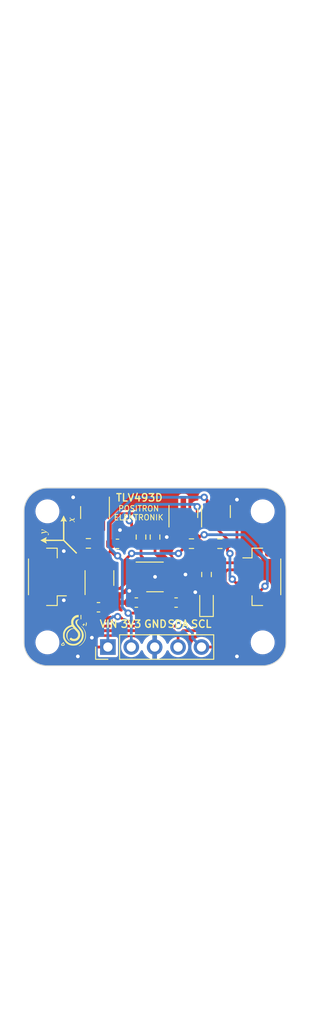
<source format=kicad_pcb>
(kicad_pcb (version 20221018) (generator pcbnew)
  (layers (0 "F.Cu" signal) (31 "B.Cu" signal) (34 "B.Paste" user) (35 "F.Paste" user) (36 "B.SilkS" user "B.Silkscreen") (37 "F.SilkS" user "F.Silkscreen") (38 "B.Mask" user) (39 "F.Mask" user) (44 "Edge.Cuts" user))
  (net 0 "")
  (net 1 "VCC")
  (net 2 "GND")
  (net 3 "+3.3V")
  (net 4 "Net-(D1-A)")
  (net 5 "scl_out")
  (net 6 "scl_in")
  (net 7 "sda_out")
  (net 8 "sda_in")
  (net 9 "Net-(Q3-G)")
  (net 10 "VIN")
  (footprint "LED_SMD:LED_0603_1608Metric" (layer "F.Cu") (at 132.334 66.5465 90)
    (fp_text reference "D1" hide)
    (fp_text value "LED")
  )
  (footprint "Capacitor_SMD:C_0603_1608Metric" (layer "F.Cu") (at 124.714 66.521 180)
    (fp_text reference "C3" hide)
    (fp_text value "0.1uF")
  )
  (footprint "MountingHole:MountingHole_2.1mm" (layer "F.Cu") (at 115.062 70.839)
    (fp_text reference "H2" hide)
    (fp_text value "MountingHole")
  )
  (footprint "Package_TO_SOT_SMD:SOT-23" (layer "F.Cu") (at 120.2265 56.745 -90)
    (fp_text reference "Q3" hide)
    (fp_text value "IRLML6402")
  )
  (footprint "Capacitor_SMD:C_0603_1608Metric" (layer "F.Cu") (at 122.668 60.145)
    (fp_text reference "C2" hide)
    (fp_text value "10uF")
  )
  (footprint "Resistor_SMD:R_0603_1608Metric" (layer "F.Cu") (at 132.334 63.473 -90)
    (fp_text reference "R1" hide)
    (fp_text value "1K")
  )
  (footprint "Resistor_SMD:R_0603_1608Metric" (layer "F.Cu") (at 130.698 60.125)
    (fp_text reference "R2" hide)
    (fp_text value "10K")
  )
  (footprint "Resistor_SMD:R_0603_1608Metric" (layer "F.Cu") (at 125.222 59.409 -90)
    (fp_text reference "R4" hide)
    (fp_text value "10K")
  )
  (footprint "Package_TO_SOT_SMD:SOT-23-6_Handsoldering" (layer "F.Cu") (at 126.738 63.735)
    (fp_text reference "U1" hide)
    (fp_text value "TLV493D")
  )
  (footprint "MountingHole:MountingHole_2.1mm" (layer "F.Cu") (at 115.062 56.615)
    (fp_text reference "H1" hide)
    (fp_text value "MountingHole")
  )
  (footprint "Package_TO_SOT_SMD:SOT-23" (layer "F.Cu") (at 133.358 56.6375 90)
    (fp_text reference "Q2" hide)
    (fp_text value "BSS138")
  )
  (footprint "Connector_JST:JST_SH_BM04B-SRSS-TB_1x04-1MP_P1.00mm_Vertical" (layer "F.Cu") (at 138.3835 63.727 -90)
    (fp_text reference "J2" hide)
    (fp_text value "Conn_01x04")
  )
  (footprint "Capacitor_SMD:C_0603_1608Metric" (layer "F.Cu") (at 120.6035 67.029)
    (fp_text reference "C1" hide)
    (fp_text value "10uF")
  )
  (footprint "MountingHole:MountingHole_2.1mm" (layer "F.Cu") (at 138.43 56.615)
    (fp_text reference "H4" hide)
    (fp_text value "MountingHole")
  )
  (footprint "Capacitor_SMD:C_0603_1608Metric" (layer "F.Cu") (at 129.032 66.521 180)
    (fp_text reference "C4" hide)
    (fp_text value "0.1uF")
  )
  (footprint "Connector_PinHeader_2.54mm:PinHeader_1x05_P2.54mm_Vertical" (layer "F.Cu") (at 121.6245 71.347 90)
    (fp_text reference "J3" hide)
    (fp_text value "Conn_01x05")
  )
  (footprint "Resistor_SMD:R_0603_1608Metric" (layer "F.Cu") (at 126.746 59.409 -90)
    (fp_text reference "R5" hide)
    (fp_text value "10K")
  )
  (footprint "Package_TO_SOT_SMD:SOT-23" (layer "F.Cu") (at 129.818 56.6375 90)
    (fp_text reference "Q1" hide)
    (fp_text value "BSS138")
  )
  (footprint "Resistor_SMD:R_0603_1608Metric" (layer "F.Cu") (at 133.788 60.125)
    (fp_text reference "R3" hide)
    (fp_text value "10K")
  )
  (footprint "Connector_JST:JST_SH_BM04B-SRSS-TB_1x04-1MP_P1.00mm_Vertical" (layer "F.Cu") (at 115.0155 63.727 90)
    (fp_text reference "J1" hide)
    (fp_text value "Conn_01x04")
  )
  (footprint "Resistor_SMD:R_0603_1608Metric" (layer "F.Cu") (at 119.508 60.095 180)
    (fp_text reference "R6" hide)
    (fp_text value "10K")
  )
  (footprint "MountingHole:MountingHole_2.1mm" (layer "F.Cu") (at 138.43 70.839)
    (fp_text reference "H3" hide)
    (fp_text value "MountingHole")
  )
  (footprint "Package_TO_SOT_SMD:SOT-23-5" (layer "F.Cu") (at 120.708 63.855 90)
    (fp_text reference "U2" hide)
    (fp_text value "AP2112K-3.3")
  )
  (gr_poly (pts (xy 119.018226 68.762881) (xy 119.020721 68.76353) (xy 119.023238 68.76456) (xy 119.025765 68.765955) (xy 119.028291 68.767701) (xy 119.030805 68.769783) (xy 119.033295 68.772186) (xy 119.038158 68.777896) (xy 119.04279 68.784714) (xy 119.047099 68.792523) (xy 119.050994 68.801203) (xy 119.054386 68.810638) (xy 119.057182 68.82071) (xy 119.059292 68.831301) (xy 119.060624 68.842292) (xy 119.06097 68.847901) (xy 119.061088 68.853567) (xy 119.061174 68.85863) (xy 119.061441 68.863246) (xy 119.061907 68.867433) (xy 119.06222 68.86937) (xy 119.062588 68.871206) (xy 119.063014 68.872942) (xy 119.0635 68.874582) (xy 119.064048 68.876126) (xy 119.06466 68.877578) (xy 119.065339 68.878938) (xy 119.066085 68.88021) (xy 119.066902 68.881394) (xy 119.067791 68.882494) (xy 119.068755 68.883512) (xy 119.069795 68.884449) (xy 119.070914 68.885307) (xy 119.072113 68.886088) (xy 119.073395 68.886796) (xy 119.074761 68.887431) (xy 119.076215 68.887995) (xy 119.077757 68.888492) (xy 119.079391 68.888922) (xy 119.081117 68.889288) (xy 119.082938 68.889592) (xy 119.084857 68.889837) (xy 119.088994 68.890154) (xy 119.093544 68.890256) (xy 119.096797 68.890337) (xy 119.100186 68.890573) (xy 119.103683 68.890953) (xy 119.107258 68.891468) (xy 119.110883 68.892107) (xy 119.114529 68.89286) (xy 119.118166 68.893716) (xy 119.121766 68.894665) (xy 119.1253 68.895697) (xy 119.128739 68.896801) (xy 119.132054 68.897968) (xy 119.135216 68.899185) (xy 119.138196 68.900445) (xy 119.140965 68.901735) (xy 119.143495 68.903046) (xy 119.145755 68.904367) (xy 119.148373 68.906094) (xy 119.150671 68.907835) (xy 119.152655 68.909586) (xy 119.154327 68.911342) (xy 119.155691 68.913103) (xy 119.15675 68.914862) (xy 119.157509 68.916618) (xy 119.15797 68.918368) (xy 119.158138 68.920106) (xy 119.158016 68.921832) (xy 119.157608 68.92354) (xy 119.156918 68.925227) (xy 119.155948 68.926891) (xy 119.154702 68.928528) (xy 119.153185 68.930134) (xy 119.1514 68.931707) (xy 119.14935 68.933242) (xy 119.147039 68.934737) (xy 119.141649 68.937591) (xy 119.135258 68.940243) (xy 119.127896 68.942665) (xy 119.119591 68.944831) (xy 119.110373 68.946714) (xy 119.10027 68.948286) (xy 119.089311 68.949522) (xy 119.081978 68.950124) (xy 119.075293 68.950895) (xy 119.069213 68.951872) (xy 119.06369 68.953094) (xy 119.061124 68.953808) (xy 119.058681 68.954597) (xy 119.056354 68.955465) (xy 119.054138 68.956418) (xy 119.052027 68.95746) (xy 119.050017 68.958595) (xy 119.0481 68.959828) (xy 119.046272 68.961164) (xy 119.044526 68.962608) (xy 119.042858 68.964163) (xy 119.041261 68.965836) (xy 119.039729 68.96763) (xy 119.038257 68.96955) (xy 119.03684 68.971601) (xy 119.035471 68.973787) (xy 119.034145 68.976113) (xy 119.031599 68.981204) (xy 119.029157 68.986911) (xy 119.026772 68.993271) (xy 119.0244 69.000322) (xy 119.020957 69.010942) (xy 119.017496 69.02059) (xy 119.013997 69.029288) (xy 119.012228 69.033287) (xy 119.010443 69.037055) (xy 119.008639 69.040597) (xy 119.006814 69.043913) (xy 119.004966 69.047007) (xy 119.003093 69.049882) (xy 119.001191 69.05254) (xy 118.999259 69.054983) (xy 118.997295 69.057214) (xy 118.995296 69.059236) (xy 118.993259 69.061051) (xy 118.991183 69.062663) (xy 118.989065 69.064072) (xy 118.986903 69.065283) (xy 118.984695 69.066297) (xy 118.982438 69.067118) (xy 118.980129 69.067747) (xy 118.977767 69.068188) (xy 118.975349 69.068443) (xy 118.972873 69.068514) (xy 118.970337 69.068404) (xy 118.967738 69.068116) (xy 118.965073 69.067653) (xy 118.962342 69.067016) (xy 118.95954 69.066209) (xy 118.956666 69.065233) (xy 118.953375 69.063824) (xy 118.950377 69.062229) (xy 118.947669 69.060428) (xy 118.945245 69.058398) (xy 118.943103 69.056121) (xy 118.941238 69.053575) (xy 118.939646 69.05074) (xy 118.938322 69.047595) (xy 118.937263 69.044118) (xy 118.936464 69.040291) (xy 118.935922 69.036091) (xy 118.935632 69.031499) (xy 118.93559 69.026493) (xy 118.935792 69.021053) (xy 118.936234 69.015159) (xy 118.936911 69.008789) (xy 118.937864 69.001041) (xy 118.938584 68.994168) (xy 118.939035 68.988117) (xy 118.939182 68.982838) (xy 118.939131 68.980471) (xy 118.93899 68.978277) (xy 118.938756 68.976251) (xy 118.938424 68.974385) (xy 118.93799 68.972673) (xy 118.937449 68.971108) (xy 118.936797 68.969685) (xy 118.936029 68.968396) (xy 118.935141 68.967235) (xy 118.93413 68.966196) (xy 118.932989 68.965273) (xy 118.931716 68.964458) (xy 118.930305 68.963745) (xy 118.928752 68.963128) (xy 118.927053 68.962601) (xy 118.925203 68.962156) (xy 118.923198 68.961788) (xy 118.921034 68.96149) (xy 118.91621 68.961079) (xy 118.910695 68.96087) (xy 118.904455 68.960811) (xy 118.901318 68.96075) (xy 118.898256 68.960565) (xy 118.895272 68.960258) (xy 118.892367 68.95983) (xy 118.889543 68.959283) (xy 118.8868 68.958616) (xy 118.884142 68.957832) (xy 118.881569 68.956931) (xy 118.879082 68.955914) (xy 118.876684 68.954782) (xy 118.874376 68.953537) (xy 118.87216 68.952179) (xy 118.870036 68.95071) (xy 118.868007 68.94913) (xy 118.866074 68.94744) (xy 118.864239 68.945642) (xy 118.862503 68.943736) (xy 118.860867 68.941724) (xy 118.859334 68.939607) (xy 118.857905 68.937385) (xy 118.856581 68.935059) (xy 118.855365 68.932632) (xy 118.854257 68.930103) (xy 118.853258 68.927474) (xy 118.852372 68.924745) (xy 118.851599 68.921919) (xy 118.85094 68.918995) (xy 118.850398 68.915975) (xy 118.849973 68.91286) (xy 118.849668 68.909651) (xy 118.849484 68.906349) (xy 118.849422 68.902956) (xy 118.849496 68.902298) (xy 118.849714 68.90165) (xy 118.850074 68.901012) (xy 118.850571 68.900384) (xy 118.851961 68.899164) (xy 118.853854 68.897995) (xy 118.856217 68.896884) (xy 118.859021 68.895837) (xy 118.862235 68.89486) (xy 118.865826 68.89396) (xy 118.869765 68.893142) (xy 118.87402 68.892414) (xy 118.87856 68.89178) (xy 118.883355 68.891248) (xy 118.888373 68.890823) (xy 118.893583 68.890512) (xy 118.898954 68.890321) (xy 118.904455 68.890256) (xy 118.913697 68.890196) (xy 118.921904 68.889977) (xy 118.929164 68.889539) (xy 118.935566 68.888822) (xy 118.938473 68.888341) (xy 118.941199 68.887767) (xy 118.943755 68.887093) (xy 118.946152 68.886312) (xy 118.948401 68.885416) (xy 118.950514 68.884398) (xy 118.952501 68.88325) (xy 118.954373 68.881965) (xy 118.956143 68.880536) (xy 118.957819 68.878954) (xy 118.959415 68.877212) (xy 118.960941 68.875304) (xy 118.962408 68.873221) (xy 118.963827 68.870955) (xy 118.965209 68.8685) (xy 118.966566 68.865848) (xy 118.969248 68.859922) (xy 118.97196 68.853117) (xy 118.974792 68.845374) (xy 118.977833 68.836633) (xy 118.981118 68.826091) (xy 118.984536 68.815797) (xy 118.987953 68.805999) (xy 118.991239 68.796946) (xy 118.996883 68.782063) (xy 119.000411 68.773133) (xy 119.002323 68.770212) (xy 119.004348 68.767789) (xy 119.006474 68.765849) (xy 119.00869 68.764377) (xy 119.010985 68.763359) (xy 119.013347 68.76278) (xy 119.015764 68.762626)) (fill solid) (layer "F.SilkS"))
  (gr_poly (pts (xy 114.413115 58.608515) (xy 114.414254 58.596762) (xy 114.415971 58.586017) (xy 114.41828 58.576656) (xy 114.41965 58.572608) (xy 114.421176 58.569047) (xy 114.422847 58.566016) (xy 114.424667 58.563562) (xy 114.426641 58.561732) (xy 114.428763 58.560571) (xy 114.439194 58.558515) (xy 114.451948 58.558363) (xy 114.467011 58.560112) (xy 114.484363 58.563755) (xy 114.503988 58.569286) (xy 114.525868 58.576698) (xy 114.549983 58.585987) (xy 114.576313 58.597151) (xy 114.635556 58.625069) (xy 114.703451 58.660409) (xy 114.779853 58.70313) (xy 114.86462 58.753186) (xy 114.907068 58.779002) (xy 114.945645 58.802853) (xy 114.980571 58.824922) (xy 115.012052 58.845385) (xy 115.040312 58.864424) (xy 115.065558 58.882219) (xy 115.088003 58.898945) (xy 115.10786 58.914784) (xy 115.125344 58.929909) (xy 115.133266 58.937264) (xy 115.140672 58.944509) (xy 115.147592 58.951666) (xy 115.154052 58.958757) (xy 115.16008 58.965806) (xy 115.165701 58.972833) (xy 115.170939 58.979864) (xy 115.17583 58.986916) (xy 115.180389 58.994015) (xy 115.18465 59.001185) (xy 115.18864 59.008446) (xy 115.192382 59.01582) (xy 115.199229 59.031002) (xy 115.202297 59.038781) (xy 115.205011 59.046603) (xy 115.207382 59.054443) (xy 115.209415 59.062284) (xy 115.211114 59.070112) (xy 115.212484 59.0779) (xy 115.213528 59.085633) (xy 115.214257 59.093296) (xy 115.214676 59.100864) (xy 115.214784 59.108322) (xy 115.214588 59.115652) (xy 115.214098 59.12283) (xy 115.213314 59.129841) (xy 115.212244 59.13667) (xy 115.210889 59.143289) (xy 115.209262 59.14969) (xy 115.207362 59.155843) (xy 115.205194 59.161736) (xy 115.202769 59.167352) (xy 115.200086 59.172668) (xy 115.197153 59.177666) (xy 115.193974 59.182327) (xy 115.190555 59.186637) (xy 115.186903 59.190568) (xy 115.18302 59.194109) (xy 115.178911 59.19724) (xy 115.174585 59.199939) (xy 115.170044 59.20219) (xy 115.165292 59.203973) (xy 115.160338 59.20527) (xy 115.155187 59.20606) (xy 115.149842 59.206328) (xy 115.144312 59.206192) (xy 115.139064 59.205779) (xy 115.134105 59.205105) (xy 115.129436 59.204178) (xy 115.125055 59.203006) (xy 115.12097 59.201601) (xy 115.117181 59.199973) (xy 115.113686 59.198131) (xy 115.110494 59.196086) (xy 115.107605 59.193842) (xy 115.105023 59.191417) (xy 115.102743 59.188813) (xy 115.100777 59.186048) (xy 115.099116 59.183124) (xy 115.097774 59.180058) (xy 115.096749 59.176851) (xy 115.096039 59.17352) (xy 115.095649 59.17007) (xy 115.095587 59.166517) (xy 115.095845 59.162864) (xy 115.096435 59.159121) (xy 115.097349 59.155303) (xy 115.0986 59.151416) (xy 115.100182 59.147468) (xy 115.102103 59.143474) (xy 115.104361 59.13944) (xy 115.10696 59.135378) (xy 115.109898 59.131293) (xy 115.113189 59.127202) (xy 115.116825 59.123108) (xy 115.120808 59.119027) (xy 115.125146 59.114964) (xy 115.129255 59.111226) (xy 115.13302 59.107421) (xy 115.136433 59.103552) (xy 115.139502 59.099615) (xy 115.14222 59.095614) (xy 115.144593 59.091541) (xy 115.146618 59.0874) (xy 115.148296 59.083185) (xy 115.149629 59.078905) (xy 115.150615 59.074551) (xy 115.15125 59.070124) (xy 115.151539 59.065628) (xy 115.151481 59.061057) (xy 115.151077 59.056412) (xy 115.150324 59.051692) (xy 115.149223 59.046897) (xy 115.147777 59.042026) (xy 115.145983 59.037081) (xy 115.143842 59.032055) (xy 115.14135 59.026951) (xy 115.138517 59.021769) (xy 115.135332 59.016508) (xy 115.131802 59.011169) (xy 115.127926 59.005746) (xy 115.119128 58.994657) (xy 115.108941 58.983239) (xy 115.097363 58.971482) (xy 115.084403 58.959386) (xy 115.075527 58.951712) (xy 115.06736 58.944856) (xy 115.059792 58.93878) (xy 115.052724 58.933439) (xy 115.046042 58.928782) (xy 115.039648 58.924768) (xy 115.033435 58.921351) (xy 115.027294 58.918488) (xy 115.021128 58.916125) (xy 115.014826 58.914231) (xy 115.00829 58.912748) (xy 115.001406 58.911637) (xy 114.994071 58.910851) (xy 114.986188 58.910347) (xy 114.977644 58.910076) (xy 114.968337 58.909997) (xy 114.955101 58.910226) (xy 114.94071 58.910885) (xy 114.925624 58.91195) (xy 114.910305 58.913394) (xy 114.895219 58.915183) (xy 114.880825 58.91729) (xy 114.867591 58.919686) (xy 114.861553 58.920985) (xy 114.855978 58.922345) (xy 114.814865 58.930987) (xy 114.762294 58.941483) (xy 114.687727 58.955682) (xy 114.580632 58.975436) (xy 114.567205 58.978137) (xy 114.555095 58.980712) (xy 114.544209 58.98321) (xy 114.534447 58.985681) (xy 114.525715 58.988175) (xy 114.521703 58.989445) (xy 114.51791 58.990739) (xy 114.514325 58.992061) (xy 114.510937 58.993421) (xy 114.50773 58.994823) (xy 114.504698 58.996274) (xy 114.501825 58.997778) (xy 114.499097 58.999342) (xy 114.496506 59.000974) (xy 114.494035 59.002675) (xy 114.491675 59.004458) (xy 114.489415 59.006325) (xy 114.487239 59.008283) (xy 114.485136 59.010339) (xy 114.483097 59.012496) (xy 114.481104 59.014764) (xy 114.479153 59.017144) (xy 114.477222 59.019649) (xy 114.47339 59.025046) (xy 114.469511 59.031) (xy 114.466911 59.034889) (xy 114.464214 59.038674) (xy 114.461445 59.042337) (xy 114.45863 59.045854) (xy 114.455781 59.049217) (xy 114.452926 59.052402) (xy 114.450089 59.055389) (xy 114.447284 59.058163) (xy 114.444538 59.060709) (xy 114.441873 59.063002) (xy 114.439307 59.065028) (xy 114.436866 59.066769) (xy 114.434569 59.068205) (xy 114.432438 59.06932) (xy 114.431441 59.069753) (xy 114.430496 59.070093) (xy 114.429602 59.070349) (xy 114.428763 59.070511) (xy 114.426968 59.070204) (xy 114.42529 59.069266) (xy 114.42373 59.067679) (xy 114.422282 59.065419) (xy 114.420949 59.062464) (xy 114.419735 59.058792) (xy 114.418635 59.054381) (xy 114.417652 59.049211) (xy 114.416782 59.043261) (xy 114.416029 59.036509) (xy 114.414873 59.020504) (xy 114.414177 59.00103) (xy 114.413945 58.977906) (xy 114.414001 58.959392) (xy 114.414159 58.94206) (xy 114.414404 58.926295) (xy 114.414718 58.912467) (xy 114.415092 58.900956) (xy 114.41551 58.892132) (xy 114.415957 58.886379) (xy 114.416183 58.884768) (xy 114.416415 58.884068) (xy 114.648545 58.849496) (xy 114.687104 58.843814) (xy 114.720996 58.838757) (xy 114.75047 58.834263) (xy 114.775778 58.830263) (xy 114.797173 58.826687) (xy 114.806482 58.825039) (xy 114.814906 58.82347) (xy 114.822476 58.821979) (xy 114.829224 58.82055) (xy 114.835187 58.819179) (xy 114.84039 58.817856) (xy 114.844863 58.816574) (xy 114.848642 58.81532) (xy 114.851756 58.814092) (xy 114.853074 58.813484) (xy 114.854239 58.812875) (xy 114.855252 58.812272) (xy 114.856119 58.811667) (xy 114.856844 58.811062) (xy 114.85743 58.810455) (xy 114.857882 58.809849) (xy 114.858202 58.809236) (xy 114.858395 58.80862) (xy 114.858466 58.807996) (xy 114.85842 58.807368) (xy 114.858257 58.806731) (xy 114.857981 58.806084) (xy 114.857601 58.80543) (xy 114.857113 58.804761) (xy 114.856531 58.804083) (xy 114.855085 58.802685) (xy 114.853282 58.801227) (xy 114.851167 58.799699) (xy 114.848762 58.798093) (xy 114.846099 58.796403) (xy 114.823555 58.782558) (xy 114.80006 58.768872) (xy 114.775863 58.755447) (xy 114.751199 58.742385) (xy 114.726313 58.729783) (xy 114.701443 58.717747) (xy 114.676829 58.706377) (xy 114.652712 58.695773) (xy 114.629332 58.686036) (xy 114.606933 58.67727) (xy 114.585753 58.669575) (xy 114.566031 58.663054) (xy 114.548011 58.657803) (xy 114.531929 58.653927) (xy 114.518029 58.651529) (xy 114.506551 58.650705) (xy 114.504928 58.650733) (xy 114.503299 58.650819) (xy 114.501666 58.650964) (xy 114.500034 58.651158) (xy 114.498404 58.65141) (xy 114.49678 58.651717) (xy 114.495157 58.652072) (xy 114.493547 58.65248) (xy 114.49036 58.653448) (xy 114.487236 58.654612) (xy 114.484187 58.655964) (xy 114.48124 58.657496) (xy 114.479806 58.65833) (xy 114.478406 58.659201) (xy 114.477039 58.660117) (xy 114.475707 58.661074) (xy 114.474412 58.662072) (xy 114.473159 58.663106) (xy 114.471947 58.664179) (xy 114.470785 58.66529) (xy 114.469663 58.666439) (xy 114.468596 58.667618) (xy 114.467576 58.668835) (xy 114.466609 58.670084) (xy 114.465699 58.671366) (xy 114.464853 58.672681) (xy 114.464062 58.674027) (xy 114.463334 58.675399) (xy 114.461877 58.677916) (xy 114.460289 58.680362) (xy 114.458582 58.682723) (xy 114.456776 58.68499) (xy 114.454883 58.687146) (xy 114.452918 58.689183) (xy 114.450894 58.691083) (xy 114.448828 58.692841) (xy 114.446732 58.694436) (xy 114.444623 58.695862) (xy 114.44251 58.697102) (xy 114.440417 58.698147) (xy 114.438348 58.69898) (xy 114.437331 58.699313) (xy 114.436327 58.699591) (xy 114.435335 58.699808) (xy 114.434361 58.699965) (xy 114.433404 58.700062) (xy 114.432467 58.700095) (xy 114.430217 58.699719) (xy 114.4281 58.698623) (xy 114.426111 58.696852) (xy 114.424254 58.694453) (xy 114.422534 58.691474) (xy 114.420947 58.687959) (xy 114.418173 58.679508) (xy 114.415942 58.669476) (xy 114.414257 58.658228) (xy 114.413127 58.646138) (xy 114.412557 58.633574) (xy 114.412551 58.620909)) (fill solid) (layer "F.SilkS"))
  (gr_poly (pts (xy 118.718445 69.059311) (xy 118.721947 69.060278) (xy 118.726097 69.061867) (xy 118.730893 69.064083) (xy 118.736335 69.066931) (xy 118.749144 69.07455) (xy 118.76451 69.084771) (xy 118.782419 69.097642) (xy 118.802855 69.113211) (xy 118.817912 69.125651) (xy 118.833809 69.139509) (xy 118.850297 69.154517) (xy 118.867127 69.170405) (xy 118.884048 69.186905) (xy 118.900809 69.203748) (xy 118.917161 69.220666) (xy 118.932854 69.237389) (xy 118.947637 69.253649) (xy 118.961261 69.269177) (xy 118.973475 69.283705) (xy 118.984029 69.296964) (xy 118.992673 69.308685) (xy 118.999157 69.318599) (xy 119.003231 69.326438) (xy 119.004286 69.329496) (xy 119.004644 69.331933) (xy 119.004839 69.333499) (xy 119.00541 69.335527) (xy 119.006337 69.337986) (xy 119.007599 69.340841) (xy 119.009174 69.34406) (xy 119.011044 69.34761) (xy 119.01558 69.355569) (xy 119.021043 69.364455) (xy 119.027266 69.374002) (xy 119.034085 69.383946) (xy 119.041333 69.394022) (xy 119.051033 69.407661) (xy 119.061513 69.424019) (xy 119.07263 69.442776) (xy 119.08424 69.463608) (xy 119.108355 69.510207) (xy 119.132702 69.561239) (xy 119.156124 69.614123) (xy 119.177461 69.666279) (xy 119.195558 69.715127) (xy 119.203029 69.737505) (xy 119.209255 69.758089) (xy 119.214857 69.781132) (xy 119.220007 69.808095) (xy 119.224681 69.838431) (xy 119.228857 69.871595) (xy 119.235623 69.944223) (xy 119.240123 70.021614) (xy 119.242177 70.099401) (xy 119.241601 70.17322) (xy 119.24027 70.207277) (xy 119.238213 70.238704) (xy 119.235409 70.266957) (xy 119.231833 70.291489) (xy 119.221768 70.343122) (xy 119.209589 70.394263) (xy 119.19533 70.44485) (xy 119.179027 70.494821) (xy 119.160714 70.544114) (xy 119.140428 70.592667) (xy 119.118203 70.640418) (xy 119.094074 70.687305) (xy 119.068076 70.733267) (xy 119.040245 70.778239) (xy 119.010615 70.822162) (xy 118.979222 70.864973) (xy 118.946101 70.90661) (xy 118.911288 70.947011) (xy 118.874816 70.986113) (xy 118.836722 71.023855) (xy 118.811381 71.047288) (xy 118.785729 71.069899) (xy 118.759921 71.091591) (xy 118.734108 71.11227) (xy 118.708444 71.131842) (xy 118.683082 71.150211) (xy 118.658174 71.167281) (xy 118.633875 71.182958) (xy 118.610336 71.197147) (xy 118.58771 71.209753) (xy 118.566152 71.22068) (xy 118.545813 71.229833) (xy 118.526846 71.237118) (xy 118.509405 71.24244) (xy 118.493642 71.245702) (xy 118.486438 71.246532) (xy 118.479711 71.246811) (xy 118.447255 71.246811) (xy 118.482533 71.218589) (xy 118.486331 71.215665) (xy 118.490297 71.212729) (xy 118.498607 71.206903) (xy 118.507214 71.201275) (xy 118.515871 71.196011) (xy 118.52014 71.193567) (xy 118.524329 71.191276) (xy 118.528406 71.189159) (xy 118.532341 71.187236) (xy 118.536102 71.185528) (xy 118.539658 71.184055) (xy 118.542979 71.182839) (xy 118.546033 71.1819) (xy 118.562315 71.174957) (xy 118.581768 71.163925) (xy 118.603958 71.149213) (xy 118.628451 71.131232) (xy 118.654812 71.11039) (xy 118.682608 71.087096) (xy 118.711404 71.061761) (xy 118.740766 71.034792) (xy 118.770261 71.006599) (xy 118.799454 70.977592) (xy 118.827911 70.94818) (xy 118.855199 70.918772) (xy 118.880882 70.889778) (xy 118.904527 70.861606) (xy 118.9257 70.834666) (xy 118.943967 70.809367) (xy 118.953835 70.794245) (xy 118.964312 70.777091) (xy 118.986609 70.737687) (xy 119.009897 70.693157) (xy 119.033219 70.645502) (xy 119.055615 70.596722) (xy 119.076126 70.548818) (xy 119.093792 70.503792) (xy 119.107656 70.463645) (xy 119.124739 70.404705) (xy 119.138951 70.345414) (xy 119.150298 70.285851) (xy 119.158786 70.226093) (xy 119.164422 70.166219) (xy 119.167211 70.106308) (xy 119.167161 70.046439) (xy 119.164276 69.986689) (xy 119.158564 69.927138) (xy 119.15003 69.867863) (xy 119.138681 69.808945) (xy 119.124522 69.75046) (xy 119.107561 69.692488) (xy 119.087803 69.635107) (xy 119.065255 69.578396) (xy 119.039922 69.522433) (xy 119.032734 69.507683) (xy 119.026075 69.493329) (xy 119.020078 69.479769) (xy 119.014875 69.4674) (xy 119.010597 69.456618) (xy 119.007378 69.447821) (xy 119.006207 69.44429) (xy 119.00535 69.441405) (xy 119.004823 69.439214) (xy 119.004644 69.437767) (xy 119.004301 69.435023) (xy 119.003289 69.431575) (xy 118.999358 69.422699) (xy 118.993054 69.411396) (xy 118.98458 69.397925) (xy 118.96193 69.365511) (xy 118.93303 69.327524) (xy 118.8995 69.286031) (xy 118.86296 69.243099) (xy 118.825031 69.200796) (xy 118.787333 69.161189) (xy 118.76833 69.141287) (xy 118.752058 69.123417) (xy 118.738502 69.107626) (xy 118.727647 69.093963) (xy 118.71948 69.082474) (xy 118.7164 69.077559) (xy 118.713986 69.073207) (xy 118.712236 69.069421) (xy 118.711149 69.066209) (xy 118.710723 69.063577) (xy 118.710957 69.061529) (xy 118.711847 69.060073) (xy 118.713393 69.059214) (xy 118.715593 69.058958)) (fill solid) (layer "F.SilkS"))
  (gr_poly (pts (xy 118.750644 68.339922) (xy 118.651866 68.339922) (xy 118.651866 67.860145) (xy 118.750644 67.860145)) (fill solid) (layer "F.SilkS"))
  (gr_poly (pts (xy 116.84 70.839) (xy 116.843172 70.842085) (xy 116.846325 70.845496) (xy 116.849441 70.849191) (xy 116.852501 70.853133) (xy 116.855487 70.857281) (xy 116.85838 70.861597) (xy 116.861161 70.866041) (xy 116.863812 70.870574) (xy 116.866315 70.875156) (xy 116.868649 70.879748) (xy 116.870798 70.884312) (xy 116.872742 70.888808) (xy 116.874463 70.893196) (xy 116.875942 70.897437) (xy 116.87716 70.901492) (xy 116.8781 70.905322) (xy 116.878807 70.909628) (xy 116.879855 70.914571) (xy 116.882884 70.926136) (xy 116.887005 70.939552) (xy 116.892035 70.954358) (xy 116.897792 70.97009) (xy 116.904095 70.986285) (xy 116.910762 71.002479) (xy 116.917611 71.018211) (xy 116.922839 71.030486) (xy 116.927417 71.041464) (xy 116.931359 71.051273) (xy 116.934677 71.060037) (xy 116.937382 71.067884) (xy 116.93851 71.071503) (xy 116.939489 71.074939) (xy 116.940321 71.07821) (xy 116.941008 71.081329) (xy 116.941551 71.084314) (xy 116.941953 71.087179) (xy 116.942213 71.089941) (xy 116.942335 71.092616) (xy 116.942319 71.095219) (xy 116.942168 71.097765) (xy 116.941882 71.100272) (xy 116.941463 71.102753) (xy 116.940913 71.105227) (xy 116.940233 71.107707) (xy 116.939425 71.110209) (xy 116.93849 71.112751) (xy 116.937431 71.115346) (xy 116.936248 71.118012) (xy 116.933517 71.123616) (xy 116.930311 71.129689) (xy 116.924362 71.13833) (xy 116.916652 71.14676) (xy 116.907305 71.154934) (xy 116.896444 71.162806) (xy 116.884195 71.170331) (xy 116.87068 71.177463) (xy 116.856025 71.184156) (xy 116.840353 71.190367) (xy 116.823787 71.196048) (xy 116.806453 71.201154) (xy 116.788474 71.20564) (xy 116.769974 71.209461) (xy 116.751076 71.21257) (xy 116.731907 71.214923) (xy 116.712588 71.216474) (xy 116.693244 71.217178) (xy 116.682335 71.217355) (xy 116.672312 71.217343) (xy 116.663104 71.217116) (xy 116.654637 71.216648) (xy 116.646841 71.215917) (xy 116.639641 71.214896) (xy 116.636243 71.214269) (xy 116.632967 71.21356) (xy 116.629804 71.212767) (xy 116.626746 71.211886) (xy 116.623782 71.210914) (xy 116.620905 71.209848) (xy 116.618104 71.208685) (xy 116.615371 71.207421) (xy 116.612698 71.206054) (xy 116.610074 71.204581) (xy 116.607491 71.202998) (xy 116.60494 71.201303) (xy 116.602411 71.199491) (xy 116.599896 71.197561) (xy 116.594872 71.193332) (xy 116.589793 71.18859) (xy 116.584589 71.183311) (xy 116.577361 71.175928) (xy 116.571021 71.168566) (xy 116.56556 71.161179) (xy 116.560975 71.153722) (xy 116.559008 71.149953) (xy 116.557257 71.146149) (xy 116.555722 71.142305) (xy 116.554401 71.138414) (xy 116.553295 71.134473) (xy 116.552402 71.130473) (xy 116.551721 71.126411) (xy 116.551251 71.12228) (xy 116.550993 71.118075) (xy 116.550944 71.11379) (xy 116.551292 71.107993) (xy 116.647912 71.107993) (xy 116.648076 71.11122) (xy 116.648631 71.114222) (xy 116.649579 71.117001) (xy 116.650919 71.11956) (xy 116.652651 71.121901) (xy 116.654774 71.124026) (xy 116.657288 71.125938) (xy 116.660193 71.127638) (xy 116.663489 71.12913) (xy 116.667176 71.130415) (xy 116.671252 71.131496) (xy 116.675718 71.132376) (xy 116.680574 71.133056) (xy 116.68582 71.133539) (xy 116.691454 71.133827) (xy 116.697478 71.133922) (xy 116.707343 71.133535) (xy 116.717798 71.132414) (xy 116.728704 71.13062) (xy 116.739921 71.128211) (xy 116.751312 71.125249) (xy 116.762739 71.121793) (xy 116.774062 71.117902) (xy 116.785143 71.113637) (xy 116.795844 71.109059) (xy 116.806026 71.104225) (xy 116.81555 71.099198) (xy 116.824279 71.094036) (xy 116.832074 71.0888) (xy 116.838796 71.083549) (xy 116.841711 71.080937) (xy 116.844306 71.078344) (xy 116.846564 71.075777) (xy 116.848467 71.073245) (xy 116.849145 71.071447) (xy 116.849597 71.069245) (xy 116.849825 71.066668) (xy 116.849834 71.063742) (xy 116.849628 71.060492) (xy 116.849211 71.056948) (xy 116.848587 71.053134) (xy 116.847761 71.049079) (xy 116.846736 71.044809) (xy 116.845518 71.040351) (xy 116.844109 71.035731) (xy 116.842513 71.030977) (xy 116.840736 71.026116) (xy 116.838782 71.021174) (xy 116.836653 71.016178) (xy 116.834356 71.011155) (xy 116.831416 71.005268) (xy 116.828416 70.999779) (xy 116.825353 70.994689) (xy 116.822226 70.989997) (xy 116.819031 70.985705) (xy 116.815767 70.981815) (xy 116.812432 70.978325) (xy 116.809022 70.975238) (xy 116.805535 70.972554) (xy 116.80197 70.970274) (xy 116.798323 70.968399) (xy 116.794594 70.966929) (xy 116.790778 70.965865) (xy 116.786874 70.965208) (xy 116.78288 70.964959) (xy 116.778793 70.965118) (xy 116.774611 70.965687) (xy 116.770331 70.966665) (xy 116.765952 70.968055) (xy 116.761471 70.969856) (xy 116.756885 70.972069) (xy 116.752193 70.974696) (xy 116.747392 70.977736) (xy 116.742479 70.981191) (xy 116.737452 70.985062) (xy 116.73231 70.989349) (xy 116.727049 70.994053) (xy 116.721668 70.999175) (xy 116.710534 71.010675) (xy 116.698889 71.023855) (xy 116.686982 71.037881) (xy 116.681624 71.044503) (xy 116.676661 71.050868) (xy 116.672094 71.056977) (xy 116.667923 71.062833) (xy 116.664147 71.068438) (xy 116.660767 71.073796) (xy 116.657781 71.078907) (xy 116.655189 71.083774) (xy 116.652992 71.0884) (xy 116.651189 71.092788) (xy 116.64978 71.096938) (xy 116.648764 71.100854) (xy 116.648142 71.104538) (xy 116.647912 71.107993) (xy 116.551292 71.107993) (xy 116.551475 71.104956) (xy 116.552836 71.095733) (xy 116.555022 71.086077) (xy 116.558026 71.07594) (xy 116.561843 71.065279) (xy 116.566466 71.054048) (xy 116.571889 71.0422) (xy 116.57655 71.032809) (xy 116.581593 71.023624) (xy 116.587103 71.014555) (xy 116.593166 71.005511) (xy 116.599865 70.996401) (xy 116.607285 70.987134) (xy 116.615512 70.977618) (xy 116.624629 70.967764) (xy 116.634722 70.95748) (xy 116.645876 70.946674) (xy 116.658174 70.935257) (xy 116.671703 70.923138) (xy 116.702789 70.896426) (xy 116.739811 70.865811) (xy 116.808955 70.809367)) (fill solid) (layer "F.SilkS"))
  (gr_poly (pts (xy 118.454311 68.098622) (xy 118.4021 68.107089) (xy 118.367275 68.113028) (xy 118.335634 68.118753) (xy 118.306887 68.124378) (xy 118.280744 68.13002) (xy 118.256917 68.135794) (xy 118.235115 68.141816) (xy 118.215049 68.148202) (xy 118.19643 68.155067) (xy 118.178969 68.162528) (xy 118.162376 68.170699) (xy 118.146362 68.179698) (xy 118.130637 68.189639) (xy 118.114913 68.200639) (xy 118.098898 68.212812) (xy 118.082305 68.226276) (xy 118.064844 68.241145) (xy 118.051438 68.253479) (xy 118.03776 68.267589) (xy 118.023938 68.283266) (xy 118.010098 68.300301) (xy 117.996364 68.318485) (xy 117.982865 68.33761) (xy 117.969725 68.357467) (xy 117.957071 68.377846) (xy 117.945028 68.39854) (xy 117.933724 68.419339) (xy 117.923284 68.440034) (xy 117.913833 68.460418) (xy 117.905499 68.480281) (xy 117.898408 68.499414) (xy 117.892684 68.517608) (xy 117.888455 68.534656) (xy 117.884881 68.55463) (xy 117.882083 68.575787) (xy 117.880047 68.59792) (xy 117.878754 68.620822) (xy 117.878189 68.644286) (xy 117.878335 68.668105) (xy 117.879176 68.692073) (xy 117.880694 68.715983) (xy 117.882874 68.739629) (xy 117.885699 68.762804) (xy 117.889153 68.7853) (xy 117.893218 68.806912) (xy 117.897878 68.827432) (xy 117.903118 68.846654) (xy 117.908919 68.864372) (xy 117.915266 68.880378) (xy 117.92635 68.904403) (xy 117.938586 68.928513) (xy 117.952198 68.95299) (xy 117.967411 68.978119) (xy 117.984453 69.004182) (xy 118.003546 69.031463) (xy 118.024918 69.060245) (xy 118.048793 69.09081) (xy 118.104953 69.158425) (xy 118.173831 69.236573) (xy 118.257227 69.327521) (xy 118.356944 69.433534) (xy 118.394359 69.47337) (xy 118.428387 69.511054) (xy 118.459183 69.546882) (xy 118.486899 69.581149) (xy 118.511688 69.614151) (xy 118.533702 69.646184) (xy 118.553096 69.677543) (xy 118.570022 69.708524) (xy 118.584633 69.739422) (xy 118.597081 69.770533) (xy 118.60752 69.802152) (xy 118.616104 69.834576) (xy 118.622983 69.868099) (xy 118.628313 69.903017) (xy 118.632245 69.939627) (xy 118.634933 69.978222) (xy 118.636567 70.017397) (xy 118.637001 70.034857) (xy 118.63716 70.051115) (xy 118.637029 70.06633) (xy 118.636595 70.080665) (xy 118.635842 70.094281) (xy 118.634757 70.107339) (xy 118.633324 70.119999) (xy 118.631529 70.132424) (xy 118.629359 70.144775) (xy 118.626797 70.157213) (xy 118.623831 70.169898) (xy 118.620444 70.182993) (xy 118.612355 70.211055) (xy 118.602018 70.242578) (xy 118.590574 70.27313) (xy 118.57801 70.302737) (xy 118.564311 70.331419) (xy 118.549463 70.3592) (xy 118.533452 70.386102) (xy 118.516262 70.412149) (xy 118.497879 70.437363) (xy 118.478289 70.461766) (xy 118.457478 70.485382) (xy 118.43543 70.508233) (xy 118.412132 70.530342) (xy 118.387569 70.551731) (xy 118.361726 70.572424) (xy 118.334589 70.592443) (xy 118.306144 70.611811) (xy 118.277551 70.628941) (xy 118.246927 70.644336) (xy 118.21446 70.657982) (xy 118.180335 70.669865) (xy 118.144738 70.679971) (xy 118.107856 70.688284) (xy 118.069873 70.694791) (xy 118.030978 70.699476) (xy 117.991354 70.702326) (xy 117.951189 70.703326) (xy 117.910669 70.702462) (xy 117.869979 70.699719) (xy 117.829305 70.695082) (xy 117.788834 70.688537) (xy 117.748752 70.68007) (xy 117.709244 70.669667) (xy 117.695827 70.665308) (xy 117.682078 70.660194) (xy 117.668059 70.654365) (xy 117.653836 70.64786) (xy 117.639472 70.640719) (xy 117.625032 70.63298) (xy 117.61058 70.624684) (xy 117.596179 70.615868) (xy 117.581894 70.606573) (xy 117.567789 70.596837) (xy 117.553927 70.586701) (xy 117.540374 70.576203) (xy 117.527193 70.565382) (xy 117.514447 70.554278) (xy 117.502203 70.54293) (xy 117.490522 70.531378) (xy 117.438311 70.476345) (xy 117.530033 70.3945) (xy 117.623167 70.312656) (xy 117.6782 70.363455) (xy 117.692643 70.375714) (xy 117.70789 70.38709) (xy 117.723883 70.397587) (xy 117.740567 70.407208) (xy 117.757884 70.415956) (xy 117.775778 70.423833) (xy 117.794193 70.430843) (xy 117.813071 70.436988) (xy 117.832357 70.44227) (xy 117.851993 70.446694) (xy 117.871923 70.450262) (xy 117.892091 70.452976) (xy 117.932912 70.455855) (xy 117.974004 70.455354) (xy 118.014914 70.451497) (xy 118.05519 70.444305) (xy 118.074948 70.439466) (xy 118.094378 70.433802) (xy 118.113423 70.427316) (xy 118.132026 70.42001) (xy 118.150132 70.411888) (xy 118.167682 70.402953) (xy 118.184621 70.393206) (xy 118.200892 70.382652) (xy 118.216439 70.371292) (xy 118.231205 70.35913) (xy 118.245133 70.346169) (xy 118.258166 70.332411) (xy 118.274042 70.314104) (xy 118.288866 70.295687) (xy 118.302644 70.277149) (xy 118.315383 70.258482) (xy 118.327087 70.239674) (xy 118.337765 70.220716) (xy 118.347421 70.201596) (xy 118.356062 70.182304) (xy 118.363695 70.162831) (xy 118.370325 70.143165) (xy 118.375959 70.123297) (xy 118.380603 70.103216) (xy 118.384262 70.082911) (xy 118.386944 70.062373) (xy 118.388655 70.041591) (xy 118.3894 70.020555) (xy 118.388763 69.996181) (xy 118.386817 69.972206) (xy 118.383512 69.948532) (xy 118.378795 69.925063) (xy 118.372614 69.901701) (xy 118.364918 69.87835) (xy 118.355655 69.854912) (xy 118.344773 69.83129) (xy 118.332222 69.807387) (xy 118.317949 69.783106) (xy 118.301902 69.758349) (xy 118.284029 69.73302) (xy 118.26428 69.707021) (xy 118.242603 69.680255) (xy 118.218945 69.652625) (xy 118.193255 69.624033) (xy 118.097829 69.519611) (xy 118.054944 69.472427) (xy 118.022511 69.436355) (xy 118.010632 69.423646) (xy 117.99971 69.412469) (xy 117.989511 69.402767) (xy 117.979803 69.394485) (xy 117.97035 69.387568) (xy 117.965647 69.384603) (xy 117.960921 69.381959) (xy 117.956142 69.379628) (xy 117.95128 69.377603) (xy 117.946308 69.375877) (xy 117.941196 69.374443) (xy 117.935914 69.373295) (xy 117.930433 69.372425) (xy 117.924724 69.371826) (xy 117.918758 69.371491) (xy 117.905939 69.371587) (xy 117.891741 69.372657) (xy 117.87593 69.374645) (xy 117.858273 69.377494) (xy 117.838538 69.38115) (xy 117.816489 69.385556) (xy 117.79144 69.391252) (xy 117.767047 69.397787) (xy 117.743237 69.405207) (xy 117.719938 69.413557) (xy 117.697076 69.422883) (xy 117.674581 69.43323) (xy 117.652379 69.444644) (xy 117.630398 69.45717) (xy 117.608566 69.470853) (xy 117.586811 69.485739) (xy 117.56506 69.501874) (xy 117.54324 69.519303) (xy 117.52128 69.538071) (xy 117.499107 69.558224) (xy 117.476649 69.579807) (xy 117.453833 69.602867) (xy 117.422032 69.636405) (xy 117.393233 69.668968) (xy 117.367327 69.70087) (xy 117.344207 69.732424) (xy 117.323767 69.763946) (xy 117.305898 69.795748) (xy 117.290493 69.828146) (xy 117.277444 69.861453) (xy 117.266645 69.895984) (xy 117.257986 69.932053) (xy 117.251362 69.969973) (xy 117.246664 70.010061) (xy 117.243786 70.052628) (xy 117.242619 70.097991) (xy 117.243055 70.146462) (xy 117.244989 70.198356) (xy 117.247643 70.247064) (xy 117.24906 70.267868) (xy 117.250611 70.28666) (xy 117.252353 70.303708) (xy 117.25434 70.319278) (xy 117.256629 70.333637) (xy 117.259276 70.347051) (xy 117.262336 70.359787) (xy 117.265866 70.372112) (xy 117.269921 70.384292) (xy 117.274556 70.396595) (xy 117.279828 70.409285) (xy 117.285792 70.422631) (xy 117.300022 70.452356) (xy 117.312237 70.47575) (xy 117.326039 70.499278) (xy 117.341297 70.52281) (xy 117.357878 70.546217) (xy 117.375649 70.569367) (xy 117.394478 70.59213) (xy 117.414234 70.614377) (xy 117.434783 70.635976) (xy 117.455994 70.656799) (xy 117.477734 70.676714) (xy 117.499871 70.695591) (xy 117.522272 70.713301) (xy 117.544806 70.729712) (xy 117.567339 70.744695) (xy 117.589741 70.75812) (xy 117.611878 70.769856) (xy 117.624367 70.775895) (xy 117.635395 70.781324) (xy 117.644989 70.786162) (xy 117.653175 70.790427) (xy 117.65998 70.794138) (xy 117.665431 70.797314) (xy 117.669555 70.799973) (xy 117.671128 70.801115) (xy 117.672379 70.802134) (xy 117.673312 70.803034) (xy 117.67393 70.803816) (xy 117.674236 70.804483) (xy 117.674273 70.804774) (xy 117.674234 70.805037) (xy 117.674118 70.805272) (xy 117.673927 70.80548) (xy 117.673319 70.805815) (xy 117.672412 70.806044) (xy 117.67121 70.806169) (xy 117.669718 70.806193) (xy 117.667937 70.806119) (xy 117.663524 70.805681) (xy 117.657999 70.804876) (xy 117.651389 70.803722) (xy 117.640686 70.80119) (xy 117.628274 70.797358) (xy 117.614328 70.792315) (xy 117.599023 70.786149) (xy 117.565044 70.770806) (xy 117.52774 70.75204) (xy 117.488518 70.730562) (xy 117.448784 70.707083) (xy 117.409943 70.682315) (xy 117.391296 70.669669) (xy 117.3734 70.656967) (xy 117.359702 70.646095) (xy 117.345178 70.632697) (xy 117.329992 70.617025) (xy 117.31431 70.599332) (xy 117.298297 70.579869) (xy 117.282119 70.558889) (xy 117.265941 70.536644) (xy 117.249928 70.513386) (xy 117.234246 70.489367) (xy 117.21906 70.46484) (xy 117.204535 70.440057) (xy 117.190837 70.41527) (xy 117.178132 70.39073) (xy 117.166584 70.366691) (xy 117.156359 70.343404) (xy 117.147622 70.321122) (xy 117.138662 70.294861) (xy 117.130823 70.268227) (xy 117.124096 70.241261) (xy 117.118468 70.214005) (xy 117.11393 70.186498) (xy 117.110471 70.158782) (xy 117.106744 70.102885) (xy 117.107201 70.046641) (xy 117.111754 69.990377) (xy 117.120318 69.934418) (xy 117.132805 69.879092) (xy 117.149129 69.824725) (xy 117.169202 69.771643) (xy 117.192938 69.720174) (xy 117.22025 69.670644) (xy 117.251051 69.62338) (xy 117.285255 69.578707) (xy 117.303605 69.557445) (xy 117.322774 69.536953) (xy 117.34275 69.517273) (xy 117.363522 69.498445) (xy 117.387653 69.478695) (xy 117.413363 69.459711) (xy 117.440479 69.441561) (xy 117.468826 69.424317) (xy 117.498232 69.408049) (xy 117.528523 69.392826) (xy 117.559525 69.37872) (xy 117.591064 69.3658) (xy 117.622967 69.354137) (xy 117.65506 69.343801) (xy 117.687169 69.334863) (xy 117.719122 69.327391) (xy 117.750744 69.321458) (xy 117.781861 69.317133) (xy 117.812301 69.314487) (xy 117.841889 69.313589) (xy 117.905389 69.313589) (xy 117.837655 69.228922) (xy 117.823972 69.211978) (xy 117.811338 69.197084) (xy 117.799509 69.184175) (xy 117.788245 69.173183) (xy 117.782748 69.168386) (xy 117.777303 69.164044) (xy 117.771877 69.160148) (xy 117.766441 69.156691) (xy 117.760965 69.153663) (xy 117.755419 69.151058) (xy 117.749771 69.148865) (xy 117.743993 69.147078) (xy 117.738053 69.145687) (xy 117.731922 69.144686) (xy 117.72557 69.144064) (xy 117.718965 69.143815) (xy 117.712078 69.143929) (xy 117.704879 69.144399) (xy 117.689423 69.146372) (xy 117.672354 69.149669) (xy 117.653431 69.154222) (xy 117.632412 69.159966) (xy 117.609055 69.166834) (xy 117.560072 69.183278) (xy 117.511209 69.203335) (xy 117.462751 69.226749) (xy 117.414984 69.253264) (xy 117.368192 69.282623) (xy 117.322661 69.31457) (xy 117.278676 69.348849) (xy 117.236522 69.385203) (xy 117.196485 69.423376) (xy 117.15885 69.463112) (xy 117.123903 69.504154) (xy 117.091927 69.546246) (xy 117.06321 69.589132) (xy 117.038035 69.632555) (xy 117.016689 69.67626) (xy 117.00754 69.698137) (xy 116.999455 69.719989) (xy 116.982193 69.772872) (xy 116.967452 69.824692) (xy 116.955241 69.875545) (xy 116.945569 69.925526) (xy 116.938443 69.97473) (xy 116.933872 70.023251) (xy 116.931864 70.071185) (xy 116.932428 70.118628) (xy 116.935571 70.165673) (xy 116.941302 70.212417) (xy 116.94963 70.258954) (xy 116.960562 70.30538) (xy 116.974106 70.351788) (xy 116.990272 70.398276) (xy 117.009067 70.444937) (xy 117.0305 70.491867) (xy 117.047989 70.525894) (xy 117.068018 70.560091) (xy 117.09035 70.594229) (xy 117.114748 70.628083) (xy 117.140972 70.661424) (xy 117.168786 70.694025) (xy 117.197952 70.725658) (xy 117.228232 70.756097) (xy 117.259388 70.785114) (xy 117.291183 70.812481) (xy 117.323379 70.837971) (xy 117.355739 70.861357) (xy 117.388024 70.882411) (xy 117.419997 70.900907) (xy 117.45142 70.916616) (xy 117.482055 70.929311) (xy 117.54281 70.950131) (xy 117.602832 70.967612) (xy 117.662119 70.981757) (xy 117.720665 70.992568) (xy 117.778468 71.000047) (xy 117.835522 71.004196) (xy 117.891824 71.005017) (xy 117.947369 71.002512) (xy 118.002154 70.996684) (xy 118.056174 70.987533) (xy 118.109425 70.975063) (xy 118.161902 70.959275) (xy 118.213603 70.940172) (xy 118.264522 70.917755) (xy 118.314656 70.892026) (xy 118.364 70.862989) (xy 118.386576 70.84822) (xy 118.409734 70.831558) (xy 118.433298 70.813193) (xy 118.457089 70.793315) (xy 118.48093 70.772114) (xy 118.504642 70.74978) (xy 118.528049 70.726504) (xy 118.550972 70.702475) (xy 118.573234 70.677884) (xy 118.594656 70.652921) (xy 118.615061 70.627775) (xy 118.634272 70.602639) (xy 118.65211 70.5777) (xy 118.668397 70.553151) (xy 118.682957 70.52918) (xy 118.695611 70.505978) (xy 118.712789 70.470356) (xy 118.728328 70.432933) (xy 118.74221 70.393895) (xy 118.754415 70.353423) (xy 118.764924 70.311704) (xy 118.773721 70.268919) (xy 118.780785 70.225255) (xy 118.786098 70.180893) (xy 118.789642 70.136019) (xy 118.791398 70.090816) (xy 118.791348 70.045469) (xy 118.789472 70.000161) (xy 118.785752 69.955076) (xy 118.78017 69.910398) (xy 118.772707 69.866311) (xy 118.763344 69.823) (xy 118.757393 69.799707) (xy 118.751126 69.777351) (xy 118.744458 69.755776) (xy 118.737305 69.734828) (xy 118.72958 69.71435) (xy 118.721201 69.694189) (xy 118.712081 69.67419) (xy 118.702137 69.654196) (xy 118.691283 69.634054) (xy 118.679435 69.613607) (xy 118.666508 69.592702) (xy 118.652418 69.571183) (xy 118.637078 69.548895) (xy 118.620406 69.525683) (xy 118.602315 69.501392) (xy 118.582722 69.475867) (xy 118.568823 69.457966) (xy 118.554875 69.439553) (xy 118.541224 69.421172) (xy 118.528218 69.403371) (xy 118.50553 69.371687) (xy 118.489589 69.348867) (xy 118.482715 69.337986) (xy 118.472964 69.323731) (xy 118.460766 69.306699) (xy 118.44655 69.287483) (xy 118.430746 69.266681) (xy 118.413785 69.244886) (xy 118.396097 69.222694) (xy 118.378111 69.2007) (xy 118.356372 69.172989) (xy 118.334174 69.143051) (xy 118.311752 69.111307) (xy 118.289343 69.078176) (xy 118.267182 69.044078) (xy 118.245505 69.009431) (xy 118.224547 68.974657) (xy 118.204544 68.940174) (xy 118.185732 68.906402) (xy 118.168346 68.873761) (xy 118.152622 68.84267) (xy 118.138795 68.813549) (xy 118.127102 68.786817) (xy 118.117777 68.762895) (xy 118.111058 68.742201) (xy 118.107178 68.725156) (xy 118.104513 68.703938) (xy 118.10286 68.683157) (xy 118.102203 68.66283) (xy 118.102531 68.642972) (xy 118.103828 68.623599) (xy 118.10608 68.604726) (xy 118.109274 68.586369) (xy 118.113395 68.568544) (xy 118.11843 68.551268) (xy 118.124365 68.534554) (xy 118.131186 68.51842) (xy 118.138878 68.502881) (xy 118.147428 68.487953) (xy 118.156822 68.473651) (xy 118.167046 68.459992) (xy 118.178086 68.446991) (xy 118.189928 68.434663) (xy 118.202558 68.423025) (xy 118.215962 68.412093) (xy 118.230126 68.401882) (xy 118.245037 68.392407) (xy 118.260679 68.383686) (xy 118.27704 68.375733) (xy 118.294106 68.368564) (xy 118.311861 68.362194) (xy 118.330294 68.356641) (xy 118.349388 68.351919) (xy 118.369132 68.348045) (xy 118.389509 68.345033) (xy 118.410508 68.3429) (xy 118.432113 68.341662) (xy 118.454311 68.341334) (xy 118.560144 68.341334) (xy 118.489589 68.369556) (xy 118.4742 68.376196) (xy 118.459749 68.382923) (xy 118.446177 68.38979) (xy 118.433431 68.396852) (xy 118.421453 68.404162) (xy 118.410189 68.411773) (xy 118.399582 68.41974) (xy 118.389576 68.428117) (xy 118.380116 68.436956) (xy 118.371146 68.446312) (xy 118.36261 68.456239) (xy 118.354453 68.46679) (xy 118.346618 68.478019) (xy 118.339049 68.48998) (xy 118.331691 68.502726) (xy 118.324489 68.516311) (xy 118.318126 68.529994) (xy 118.312282 68.545473) (xy 118.30698 68.562494) (xy 118.302242 68.580803) (xy 118.298091 68.600146) (xy 118.294549 68.620268) (xy 118.291641 68.640914) (xy 118.289387 68.661832) (xy 118.287812 68.682766) (xy 118.286937 68.703462) (xy 118.286786 68.723667) (xy 118.287381 68.743125) (xy 118.288745 68.761583) (xy 118.2909 68.778786) (xy 118.29387 68.79448) (xy 118.297678 68.808411) (xy 118.301416 68.818374) (xy 118.306883 68.829837) (xy 118.314185 68.842945) (xy 118.32343 68.857844) (xy 118.34818 68.89359) (xy 118.381991 68.938233) (xy 118.425725 68.99293) (xy 118.48024 69.058839) (xy 118.546397 69.137117) (xy 118.625055 69.228922) (xy 118.667016 69.278428) (xy 118.705684 69.325528) (xy 118.741206 69.370495) (xy 118.773729 69.413601) (xy 118.803399 69.45512) (xy 118.830364 69.495325) (xy 118.854769 69.534487) (xy 118.876762 69.572881) (xy 118.89649 69.610778) (xy 118.914099 69.648452) (xy 118.929736 69.686176) (xy 118.943548 69.724222) (xy 118.955681 69.762864) (xy 118.966282 69.802374) (xy 118.975499 69.843024) (xy 118.983477 69.885089) (xy 118.992272 69.939417) (xy 118.998537 69.986601) (xy 119.000715 70.008299) (xy 119.002255 70.029154) (xy 119.003153 70.04948) (xy 119.003409 70.069592) (xy 119.00302 70.089802) (xy 119.001985 70.110426) (xy 119.0003 70.131777) (xy 118.997963 70.15417) (xy 118.991329 70.203338) (xy 118.982066 70.260444) (xy 118.968438 70.327249) (xy 118.950892 70.392653) (xy 118.929514 70.456544) (xy 118.904389 70.51881) (xy 118.875601 70.57934) (xy 118.843234 70.638021) (xy 118.807375 70.694743) (xy 118.768107 70.749394) (xy 118.725515 70.801863) (xy 118.679683 70.852036) (xy 118.630698 70.899804) (xy 118.578643 70.945054) (xy 118.523603 70.987674) (xy 118.465663 71.027554) (xy 118.404908 71.064581) (xy 118.341422 71.098644) (xy 118.297771 71.119714) (xy 118.278089 71.128704) (xy 118.259445 71.136766) (xy 118.241545 71.143976) (xy 118.224096 71.150412) (xy 118.206803 71.156148) (xy 118.189375 71.161262) (xy 118.171516 71.165831) (xy 118.152934 71.16993) (xy 118.133335 71.173637) (xy 118.112425 71.177027) (xy 118.0655 71.183165) (xy 118.009811 71.188956) (xy 117.962036 71.192973) (xy 117.915016 71.195499) (xy 117.868744 71.196527) (xy 117.823214 71.196055) (xy 117.778419 71.194079) (xy 117.734355 71.190593) (xy 117.691014 71.185594) (xy 117.64839 71.179078) (xy 117.606478 71.17104) (xy 117.56527 71.161477) (xy 117.524761 71.150385) (xy 117.484944 71.137758) (xy 117.445813 71.123594) (xy 117.407363 71.107888) (xy 117.369587 71.090635) (xy 117.332478 71.071833) (xy 117.312168 71.060608) (xy 117.290583 71.04772) (xy 117.268001 71.033389) (xy 117.244702 71.017836) (xy 117.220965 71.001283) (xy 117.197069 70.98395) (xy 117.173293 70.96606) (xy 117.149915 70.947832) (xy 117.127216 70.929488) (xy 117.105473 70.91125) (xy 117.084967 70.893339) (xy 117.065976 70.875975) (xy 117.048779 70.859381) (xy 117.033656 70.843776) (xy 117.020884 70.829383) (xy 117.010744 70.816422) (xy 116.968072 70.75516) (xy 116.930774 70.699917) (xy 116.898404 70.649834) (xy 116.883927 70.626458) (xy 116.870515 70.60405) (xy 116.858112 70.582501) (xy 116.846661 70.561705) (xy 116.836108 70.541554) (xy 116.826396 70.521941) (xy 116.817469 70.502757) (xy 116.809272 70.483896) (xy 116.801749 70.46525) (xy 116.794844 70.446711) (xy 116.781742 70.410752) (xy 116.771781 70.379705) (xy 116.767845 70.36483) (xy 116.764533 70.349749) (xy 116.761791 70.333987) (xy 116.759567 70.317065) (xy 116.757805 70.298506) (xy 116.756452 70.277832) (xy 116.75476 70.228231) (xy 116.75406 70.164442) (xy 116.753922 70.082645) (xy 116.754652 69.984556) (xy 116.755717 69.942169) (xy 116.757384 69.903566) (xy 116.759753 69.868253) (xy 116.762926 69.835739) (xy 116.767005 69.805531) (xy 116.77209 69.777139) (xy 116.778283 69.75007) (xy 116.785686 69.723831) (xy 116.794399 69.697931) (xy 116.804524 69.671879) (xy 116.816161 69.645181) (xy 116.829414 69.617347) (xy 116.844382 69.587884) (xy 116.861166 69.5563) (xy 116.885766 69.512238) (xy 116.911448 69.469974) (xy 116.938272 69.429455) (xy 116.966294 69.390627) (xy 116.995573 69.353435) (xy 117.026167 69.317828) (xy 117.058134 69.283749) (xy 117.09153 69.251147) (xy 117.126415 69.219967) (xy 117.162847 69.190155) (xy 117.200882 69.161658) (xy 117.240579 69.134422) (xy 117.281996 69.108393) (xy 117.325191 69.083517) (xy 117.370221 69.059741) (xy 117.417144 69.037011) (xy 117.438471 69.027456) (xy 117.460756 69.017983) (xy 117.483373 69.008808) (xy 117.505691 69.000146) (xy 117.527084 68.992211) (xy 117.546922 68.985219) (xy 117.564578 68.979384) (xy 117.579422 68.974922) (xy 117.592602 68.971698) (xy 117.605484 68.96844) (xy 117.629164 68.962222) (xy 117.648081 68.957063) (xy 117.659855 68.953756) (xy 117.661838 68.952792) (xy 117.663548 68.951471) (xy 117.664977 68.949765) (xy 117.666117 68.947648) (xy 117.666959 68.945093) (xy 117.667495 68.942073) (xy 117.667717 68.93856) (xy 117.667616 68.934529) (xy 117.667185 68.929952) (xy 117.666415 68.924803) (xy 117.665297 68.919054) (xy 117.663824 68.912679) (xy 117.661987 68.905651) (xy 117.659778 68.897942) (xy 117.657189 68.889527) (xy 117.654211 68.880378) (xy 117.649466 68.862402) (xy 117.645287 68.841545) (xy 117.641678 68.818199) (xy 117.638645 68.792757) (xy 117.63619 68.765612) (xy 117.634318 68.737156) (xy 117.632339 68.677884) (xy 117.632741 68.618082) (xy 117.633846 68.588965) (xy 117.635558 68.560894) (xy 117.637882 68.534261) (xy 117.640822 68.50946) (xy 117.644382 68.486883) (xy 117.648567 68.466923) (xy 117.653745 68.449259) (xy 117.660627 68.428536) (xy 117.668931 68.405531) (xy 117.678376 68.381021) (xy 117.688681 68.355784) (xy 117.699565 68.330596) (xy 117.710746 68.306235) (xy 117.721944 68.283478) (xy 117.742323 68.246652) (xy 117.765713 68.21039) (xy 117.791853 68.174892) (xy 117.820479 68.14036) (xy 117.85133 68.106994) (xy 117.884142 68.074995) (xy 117.918653 68.044562) (xy 117.954601 68.015896) (xy 117.991723 67.989198) (xy 118.029757 67.964669) (xy 118.068439 67.942508) (xy 118.107508 67.922917) (xy 118.146701 67.906096) (xy 118.185756 67.892245) (xy 118.22441 67.881565) (xy 118.2624 67.874256) (xy 118.278054 67.872147) (xy 118.295032 67.870089) (xy 118.330839 67.866318) (xy 118.365587 67.863342) (xy 118.381242 67.862275) (xy 118.395044 67.861556) (xy 118.454311 67.860145)) (fill solid) (layer "F.SilkS"))
  (gr_poly (pts (xy 114.301786 59.757379) (xy 114.313917 59.750418) (xy 114.35607 59.727383) (xy 114.416975 59.695087) (xy 114.4905 59.657005) (xy 114.575695 59.613808) (xy 114.668302 59.566098) (xy 114.831283 59.481675) (xy 114.862024 59.465573) (xy 114.89084 59.450788) (xy 114.91708 59.437594) (xy 114.940092 59.426267) (xy 114.959229 59.417081) (xy 114.973836 59.41031) (xy 114.983262 59.406231) (xy 114.985829 59.40529) (xy 114.986858 59.405121) (xy 114.987092 59.406253) (xy 114.986884 59.408677) (xy 114.985218 59.417122) (xy 114.982018 59.429906) (xy 114.977443 59.446482) (xy 114.964808 59.488812) (xy 114.948584 59.539705) (xy 114.93284 59.590832) (xy 114.919874 59.633853) (xy 114.914868 59.650953) (xy 114.911076 59.664376) (xy 114.908673 59.673571) (xy 114.908049 59.676413) (xy 114.907838 59.677994) (xy 114.980376 59.681428) (xy 115.177931 59.684168) (xy 115.827704 59.686637) (xy 116.747573 59.686637) (xy 116.747573 58.672931) (xy 116.747478 58.353996) (xy 116.747319 58.223298) (xy 116.747051 58.110129) (xy 116.746646 58.013254) (xy 116.746074 57.931432) (xy 116.74531 57.863428) (xy 116.744849 57.834223) (xy 116.744331 57.808006) (xy 116.743749 57.784627) (xy 116.743104 57.763931) (xy 116.742389 57.745759) (xy 116.741604 57.729961) (xy 116.740741 57.716377) (xy 116.739804 57.704859) (xy 116.738783 57.695248) (xy 116.737674 57.687393) (xy 116.736481 57.681133) (xy 116.735849 57.678555) (xy 116.735193 57.676318) (xy 116.734515 57.674404) (xy 116.733809 57.672794) (xy 116.733082 57.671467) (xy 116.73233 57.670403) (xy 116.731549 57.669588) (xy 116.730746 57.668993) (xy 116.729913 57.668611) (xy 116.729056 57.668409) (xy 116.728171 57.668379) (xy 116.727258 57.668497) (xy 116.725347 57.669101) (xy 116.698396 57.679635) (xy 116.66415 57.69202) (xy 116.625856 57.705216) (xy 116.586751 57.718181) (xy 116.550075 57.729874) (xy 116.519071 57.739248) (xy 116.496981 57.745267) (xy 116.490292 57.746693) (xy 116.487046 57.746889) (xy 116.489474 57.738554) (xy 116.498892 57.716272) (xy 116.534814 57.637846) (xy 116.647868 57.401474) (xy 116.764163 57.165566) (xy 116.804139 57.087721) (xy 116.816188 57.065813) (xy 116.821657 57.057914) (xy 116.822017 57.05795) (xy 116.822407 57.058057) (xy 116.823263 57.058476) (xy 116.824219 57.059159) (xy 116.825262 57.060096) (xy 116.826387 57.061269) (xy 116.82758 57.062666) (xy 116.828835 57.06428) (xy 116.830144 57.066094) (xy 116.831495 57.068097) (xy 116.832882 57.070273) (xy 116.834291 57.072614) (xy 116.835718 57.075103) (xy 116.837155 57.077731) (xy 116.838586 57.080484) (xy 116.840008 57.08335) (xy 116.841411 57.086312) (xy 116.895583 57.194198) (xy 117.0081 57.415982) (xy 117.068099 57.534594) (xy 117.118606 57.635146) (xy 117.154298 57.706994) (xy 117.164925 57.728821) (xy 117.169849 57.73948) (xy 117.170918 57.742472) (xy 117.171313 57.74496) (xy 117.170953 57.746925) (xy 117.170468 57.74771) (xy 117.16977 57.748357) (xy 117.167689 57.749236) (xy 117.164638 57.749552) (xy 117.160547 57.749288) (xy 117.155338 57.748432) (xy 117.148945 57.746969) (xy 117.141296 57.744882) (xy 117.121923 57.738787) (xy 117.096652 57.730027) (xy 117.064897 57.718491) (xy 117.018843 57.702093) (xy 116.978002 57.687312) (xy 116.946652 57.675776) (xy 116.929076 57.669101) (xy 116.925585 57.66843) (xy 116.922503 57.6705) (xy 116.917463 57.687932) (xy 116.913753 57.731523) (xy 116.911174 57.811404) (xy 116.908586 58.120547) (xy 116.908086 58.69639) (xy 116.908086 59.731088) (xy 117.602 60.425) (xy 118.297148 61.12015) (xy 118.241586 61.175712) (xy 118.186024 61.231274) (xy 117.488407 60.533657) (xy 116.789551 59.834805) (xy 115.856103 59.838507) (xy 115.49292 59.840765) (xy 115.194446 59.843602) (xy 114.991585 59.846669) (xy 114.935667 59.848182) (xy 114.915242 59.849621) (xy 114.91468 59.850684) (xy 114.914364 59.852461) (xy 114.914292 59.854909) (xy 114.914453 59.857996) (xy 114.91544 59.8659) (xy 114.91725 59.875858) (xy 114.919815 59.887554) (xy 114.923058 59.900668) (xy 114.926908 59.914884) (xy 114.931297 59.929876) (xy 114.936597 59.945693) (xy 114.942214 59.96312) (xy 114.953831 60.00041) (xy 114.974511 60.068167) (xy 114.993032 60.133607) (xy 114.879439 60.071871) (xy 114.816484 60.037934) (xy 114.729575 59.992076) (xy 114.629927 59.940431) (xy 114.528775 59.889132) (xy 114.481478 59.864676) (xy 114.437466 59.841634) (xy 114.397707 59.820503) (xy 114.363171 59.801775) (xy 114.334824 59.785941) (xy 114.313645 59.773492) (xy 114.306042 59.768692) (xy 114.300596 59.764923) (xy 114.297421 59.762243) (xy 114.296728 59.761335) (xy 114.29665 59.760721)) (fill solid) (layer "F.SilkS"))
  (gr_poly (pts (xy 119.264021 68.64253) (xy 119.265181 68.642769) (xy 119.266405 68.643135) (xy 119.267696 68.643629) (xy 119.269055 68.644253) (xy 119.270485 68.645007) (xy 119.271989 68.645894) (xy 119.27523 68.648068) (xy 119.278797 68.650786) (xy 119.282711 68.654057) (xy 119.286993 68.657893) (xy 119.291664 68.662304) (xy 119.296744 68.6673) (xy 119.306252 68.678238) (xy 119.314662 68.690379) (xy 119.321968 68.70367) (xy 119.328163 68.718056) (xy 119.333243 68.733484) (xy 119.337201 68.7499) (xy 119.340029 68.76725) (xy 119.341723 68.785481) (xy 119.342276 68.804538) (xy 119.341682 68.824369) (xy 119.339934 68.844919) (xy 119.337027 68.866134) (xy 119.332954 68.887962) (xy 119.327709 68.910347) (xy 119.321285 68.933237) (xy 119.313677 68.956578) (xy 119.306244 68.978449) (xy 119.299258 68.998065) (xy 119.295916 69.007046) (xy 119.292668 69.015486) (xy 119.289506 69.023392) (xy 119.286425 69.030771) (xy 119.283419 69.037632) (xy 119.280481 69.043982) (xy 119.277604 69.049827) (xy 119.274784 69.055176) (xy 119.272013 69.060037) (xy 119.269285 69.064416) (xy 119.266595 69.068321) (xy 119.263936 69.07176) (xy 119.261301 69.07474) (xy 119.258686 69.077268) (xy 119.256082 69.079353) (xy 119.253485 69.081001) (xy 119.250888 69.08222) (xy 119.248284 69.083018) (xy 119.245668 69.083402) (xy 119.243034 69.083379) (xy 119.240375 69.082958) (xy 119.237684 69.082145) (xy 119.234957 69.080948) (xy 119.232186 69.079375) (xy 119.229365 69.077432) (xy 119.226489 69.075129) (xy 119.223551 69.072471) (xy 119.220544 69.069466) (xy 119.216807 69.065613) (xy 119.21353 69.061926) (xy 119.210712 69.058304) (xy 119.208351 69.05465) (xy 119.206445 69.050863) (xy 119.204992 69.046845) (xy 119.203989 69.042496) (xy 119.203435 69.037717) (xy 119.203327 69.032408) (xy 119.203663 69.026472) (xy 119.204442 69.019808) (xy 119.205661 69.012317) (xy 119.207319 69.0039) (xy 119.209412 68.994457) (xy 119.2149 68.9721) (xy 119.218651 68.954833) (xy 119.222418 68.934243) (xy 119.226087 68.911105) (xy 119.22954 68.886199) (xy 119.232663 68.8603) (xy 119.235339 68.834186) (xy 119.237453 68.808635) (xy 119.238889 68.784423) (xy 119.240537 68.76136) (xy 119.242284 68.739091) (xy 119.244098 68.718144) (xy 119.245944 68.69905) (xy 119.247791 68.682337) (xy 119.249604 68.668535) (xy 119.251352 68.658172) (xy 119.25219 68.654446) (xy 119.253 68.651778) (xy 119.254111 68.649084) (xy 119.254711 68.647902) (xy 119.255342 68.646831) (xy 119.256009 68.645873) (xy 119.256714 68.645028) (xy 119.257459 68.644299) (xy 119.258247 68.643686) (xy 119.259081 68.643191) (xy 119.259962 68.642816) (xy 119.260894 68.64256) (xy 119.26188 68.642427) (xy 119.262921 68.642416)) (fill solid) (layer "F.SilkS"))
  (gr_poly (pts (xy 117.466065 57.621873) (xy 117.466424 57.614484) (xy 117.467122 57.60742) (xy 117.46817 57.600666) (xy 117.46957 57.594217) (xy 117.471333 57.588059) (xy 117.473459 57.582189) (xy 117.47596 57.576588) (xy 117.478836 57.571249) (xy 117.482097 57.566166) (xy 117.485746 57.561325) (xy 117.489791 57.556717) (xy 117.494236 57.552333) (xy 117.499088 57.548165) (xy 117.504355 57.544194) (xy 117.510039 57.540423) (xy 117.516149 57.536833) (xy 117.522687 57.533415) (xy 117.529664 57.530163) (xy 117.537083 57.527063) (xy 117.544946 57.52411) (xy 117.562046 57.518591) (xy 117.58101 57.513525) (xy 117.587253 57.512097) (xy 117.59346 57.510593) (xy 117.605587 57.507429) (xy 117.617081 57.50415) (xy 117.62762 57.500869) (xy 117.636884 57.497708) (xy 117.640941 57.496203) (xy 117.644559 57.494775) (xy 117.647699 57.49343) (xy 117.650322 57.49219) (xy 117.652389 57.491061) (xy 117.653859 57.490066) (xy 117.65424 57.489437) (xy 117.65447 57.488711) (xy 117.654544 57.48789) (xy 117.654472 57.486975) (xy 117.654251 57.485972) (xy 117.653885 57.484887) (xy 117.652741 57.482465) (xy 117.65106 57.479742) (xy 117.648867 57.47674) (xy 117.64619 57.473484) (xy 117.643055 57.470003) (xy 117.639484 57.466319) (xy 117.635506 57.462454) (xy 117.631143 57.458439) (xy 117.626424 57.454297) (xy 117.621373 57.450054) (xy 117.616011 57.445738) (xy 117.610367 57.441368) (xy 117.60447 57.436973) (xy 117.596171 57.431009) (xy 117.588383 57.425608) (xy 117.581069 57.420752) (xy 117.57418 57.416427) (xy 117.567683 57.412617) (xy 117.561538 57.4093) (xy 117.555706 57.406468) (xy 117.550142 57.4041) (xy 117.544811 57.40218) (xy 117.539669 57.400691) (xy 117.534683 57.399621) (xy 117.529807 57.398948) (xy 117.525005 57.398659) (xy 117.520232 57.398738) (xy 117.515454 57.399167) (xy 117.510628 57.39993) (xy 117.504747 57.400993) (xy 117.499574 57.401812) (xy 117.495059 57.40233) (xy 117.491165 57.40248) (xy 117.489431 57.402393) (xy 117.487839 57.402191) (xy 117.486377 57.401867) (xy 117.48504 57.40141) (xy 117.483827 57.400808) (xy 117.482725 57.400057) (xy 117.481732 57.399153) (xy 117.480843 57.39808) (xy 117.480052 57.396835) (xy 117.479354 57.395406) (xy 117.478741 57.393789) (xy 117.478205 57.391973) (xy 117.47775 57.389951) (xy 117.477363 57.387717) (xy 117.476771 57.38257) (xy 117.476393 57.376466) (xy 117.476175 57.369345) (xy 117.476059 57.351779) (xy 117.476276 57.335529) (xy 117.477003 57.321517) (xy 117.478337 57.309738) (xy 117.479264 57.304693) (xy 117.480381 57.300209) (xy 117.481699 57.296287) (xy 117.483232 57.292928) (xy 117.484995 57.290133) (xy 117.486996 57.287904) (xy 117.489253 57.286238) (xy 117.491773 57.285139) (xy 117.494575 57.284605) (xy 117.497666 57.28464) (xy 117.501061 57.285242) (xy 117.504775 57.286413) (xy 117.508813 57.288153) (xy 117.513195 57.290463) (xy 117.517934 57.293344) (xy 117.523037 57.296798) (xy 117.534399 57.305419) (xy 117.547381 57.316332) (xy 117.562083 57.329545) (xy 117.578612 57.345063) (xy 117.597061 57.362889) (xy 117.616426 57.381573) (xy 117.635298 57.399373) (xy 117.653188 57.41587) (xy 117.669602 57.430645) (xy 117.684046 57.44328) (xy 117.696031 57.453353) (xy 117.700949 57.457298) (xy 117.705064 57.460447) (xy 117.708323 57.462743) (xy 117.710656 57.464139) (xy 117.715062 57.465347) (xy 117.722058 57.465778) (xy 117.731346 57.465482) (xy 117.742622 57.464525) (xy 117.769929 57.460839) (xy 117.801564 57.455186) (xy 117.835105 57.448029) (xy 117.868139 57.43983) (xy 117.898255 57.431051) (xy 117.911459 57.426588) (xy 117.923029 57.422158) (xy 117.925209 57.421145) (xy 117.927352 57.419966) (xy 117.929449 57.418625) (xy 117.931503 57.417132) (xy 117.935468 57.413702) (xy 117.939214 57.409732) (xy 117.942722 57.405271) (xy 117.94597 57.400366) (xy 117.948931 57.395071) (xy 117.951582 57.389436) (xy 117.9539 57.383514) (xy 117.95586 57.37735) (xy 117.957444 57.371001) (xy 117.958623 57.36451) (xy 117.959374 57.357935) (xy 117.959678 57.351324) (xy 117.959503 57.344727) (xy 117.958834 57.338196) (xy 117.9585 57.335193) (xy 117.958412 57.332434) (xy 117.95856 57.329913) (xy 117.958928 57.327634) (xy 117.959506 57.325586) (xy 117.960282 57.323774) (xy 117.961236 57.322188) (xy 117.962366 57.320833) (xy 117.963651 57.3197) (xy 117.965081 57.318788) (xy 117.966639 57.318096) (xy 117.96832 57.317619) (xy 117.970106 57.317357) (xy 117.971984 57.317306) (xy 117.97394 57.317463) (xy 117.975966 57.317822) (xy 117.978047 57.318384) (xy 117.980166 57.319151) (xy 117.982315 57.320112) (xy 117.98448 57.321266) (xy 117.986648 57.322615) (xy 117.988807 57.324149) (xy 117.990943 57.325872) (xy 117.993041 57.327779) (xy 117.995088 57.329863) (xy 117.997078 57.33213) (xy 117.998991 57.33457) (xy 118.000817 57.337183) (xy 118.002544 57.339965) (xy 118.004155 57.342916) (xy 118.005643 57.346031) (xy 118.006988 57.349309) (xy 118.008347 57.352788) (xy 118.009647 57.356717) (xy 118.01088 57.361052) (xy 118.012041 57.365745) (xy 118.014151 57.376049) (xy 118.015941 57.387276) (xy 118.017384 57.399083) (xy 118.018448 57.411123) (xy 118.019109 57.423044) (xy 118.019337 57.434503) (xy 118.019062 57.446035) (xy 118.018185 57.456599) (xy 118.016616 57.466273) (xy 118.014281 57.475136) (xy 118.012797 57.479282) (xy 118.01109 57.483257) (xy 118.00915 57.487064) (xy 118.006964 57.490719) (xy 118.004523 57.494225) (xy 118.001817 57.497593) (xy 117.998835 57.500835) (xy 117.995569 57.503959) (xy 117.992005 57.506972) (xy 117.988133 57.509888) (xy 117.979423 57.515459) (xy 117.969367 57.52075) (xy 117.95787 57.525834) (xy 117.944855 57.530788) (xy 117.930238 57.535689) (xy 117.913936 57.54061) (xy 117.895863 57.545628) (xy 117.882712 57.549318) (xy 117.870301 57.55292) (xy 117.858904 57.556351) (xy 117.848792 57.55952) (xy 117.840241 57.562342) (xy 117.833529 57.564729) (xy 117.830949 57.565734) (xy 117.82893 57.566596) (xy 117.827508 57.567308) (xy 117.826719 57.567854) (xy 117.826509 57.568172) (xy 117.826567 57.56866) (xy 117.827459 57.570118) (xy 117.829349 57.572198) (xy 117.83218 57.574857) (xy 117.840459 57.581765) (xy 117.851875 57.590542) (xy 117.866015 57.600882) (xy 117.882453 57.612478) (xy 117.900776 57.625029) (xy 117.920557 57.638233) (xy 117.952809 57.65958) (xy 117.965894 57.668455) (xy 117.977142 57.676354) (xy 117.98669 57.683444) (xy 117.990871 57.686737) (xy 117.994678 57.689888) (xy 117.998128 57.692922) (xy 118.001243 57.695856) (xy 118.004038 57.698712) (xy 118.006525 57.701514) (xy 118.00873 57.704276) (xy 118.010665 57.707026) (xy 118.012352 57.709778) (xy 118.013801 57.712559) (xy 118.015035 57.715384) (xy 118.016073 57.718279) (xy 118.016928 57.721261) (xy 118.017618 57.724355) (xy 118.018164 57.72758) (xy 118.018579 57.730953) (xy 118.018884 57.734498) (xy 118.019093 57.738237) (xy 118.019299 57.746374) (xy 118.019334 57.755532) (xy 118.019293 57.760824) (xy 118.01917 57.766027) (xy 118.01897 57.771116) (xy 118.0187 57.776059) (xy 118.018365 57.780829) (xy 118.01797 57.785398) (xy 118.017519 57.789734) (xy 118.017022 57.793808) (xy 118.01648 57.797595) (xy 118.015901 57.801062) (xy 118.015286 57.804182) (xy 118.014648 57.806928) (xy 118.013988 57.809266) (xy 118.013309 57.811171) (xy 118.012621 57.812614) (xy 118.012275 57.813152) (xy 118.011929 57.813564) (xy 118.010793 57.814637) (xy 118.009487 57.81554) (xy 118.008018 57.816278) (xy 118.006402 57.816863) (xy 118.004655 57.817294) (xy 118.002787 57.81758) (xy 118.000816 57.817723) (xy 117.998752 57.817731) (xy 117.996609 57.817609) (xy 117.994405 57.817362) (xy 117.992146 57.816998) (xy 117.989854 57.816515) (xy 117.987539 57.815928) (xy 117.985214 57.815235) (xy 117.982898 57.814445) (xy 117.980597 57.813564) (xy 117.978329 57.812597) (xy 117.976108 57.811547) (xy 117.973949 57.810419) (xy 117.971859 57.809224) (xy 117.969862 57.807961) (xy 117.967962 57.806641) (xy 117.966178 57.805267) (xy 117.964525 57.803839) (xy 117.963017 57.802372) (xy 117.961662 57.800867) (xy 117.960478 57.799331) (xy 117.95948 57.797763) (xy 117.958677 57.796178) (xy 117.958088 57.794575) (xy 117.957724 57.792958) (xy 117.957601 57.79134) (xy 117.957222 57.784102) (xy 117.956072 57.776731) (xy 117.954143 57.769206) (xy 117.951406 57.761512) (xy 117.947858 57.753631) (xy 117.943471 57.745543) (xy 117.938236 57.737232) (xy 117.932134 57.728676) (xy 117.925151 57.719862) (xy 117.917266 57.710768) (xy 117.90847 57.701378) (xy 117.898739 57.691674) (xy 117.88806 57.681635) (xy 117.876419 57.671247) (xy 117.863794 57.660489) (xy 117.850178 57.649344) (xy 117.769923 57.583904) (xy 117.694603 57.599958) (xy 117.673051 57.604593) (xy 117.653258 57.609263) (xy 117.63517 57.614003) (xy 117.618726 57.618844) (xy 117.611103 57.621316) (xy 117.603868 57.623825) (xy 117.597012 57.626375) (xy 117.590534 57.628975) (xy 117.584416 57.631625) (xy 117.578664 57.634333) (xy 117.573259 57.6371) (xy 117.568199 57.63993) (xy 117.563475 57.642832) (xy 117.559082 57.645806) (xy 117.555008 57.648855) (xy 117.551248 57.651985) (xy 117.547795 57.655203) (xy 117.544644 57.658512) (xy 117.541779 57.661916) (xy 117.539203 57.665417) (xy 117.5369 57.669021) (xy 117.534871 57.672734) (xy 117.5331 57.676556) (xy 117.531584 57.680496) (xy 117.530317 57.684555) (xy 117.529285 57.68874) (xy 117.528491 57.693052) (xy 117.527914 57.697499) (xy 117.527363 57.702202) (xy 117.526629 57.706589) (xy 117.525729 57.710657) (xy 117.524673 57.714406) (xy 117.523472 57.717844) (xy 117.522134 57.720965) (xy 117.520674 57.723773) (xy 117.5191 57.726265) (xy 117.517422 57.728445) (xy 117.515652 57.730315) (xy 117.513801 57.73187) (xy 117.511876 57.733118) (xy 117.509892 57.734053) (xy 117.507859 57.73468) (xy 117.505786 57.734997) (xy 117.503687 57.735004) (xy 117.501566 57.734706) (xy 117.499438 57.734101) (xy 117.497315 57.73319) (xy 117.495204 57.731974) (xy 117.493119 57.730452) (xy 117.491066 57.728628) (xy 117.48906 57.726499) (xy 117.487111 57.724065) (xy 117.485231 57.721331) (xy 117.483427 57.718298) (xy 117.481708 57.714961) (xy 117.480093 57.711325) (xy 117.478585 57.707389) (xy 117.477196 57.703156) (xy 117.475938 57.698627) (xy 117.474825 57.693796) (xy 117.470779 57.67354) (xy 117.467941 57.654853) (xy 117.466989 57.646074) (xy 117.466352 57.637657) (xy 117.466045 57.629593)) (fill solid) (layer "F.SilkS"))
  (gr_line (start 138.43 73.379) (end 115.062 73.379) (stroke (width 0.1)) (layer "Edge.Cuts"))
  (gr_arc (start 138.43 54.075) (mid 140.226051 54.818949) (end 140.97 56.615) (stroke (width 0.1)) (layer "Edge.Cuts"))
  (gr_arc (start 140.97 70.839) (mid 140.226051 72.635051) (end 138.43 73.379) (stroke (width 0.1)) (layer "Edge.Cuts"))
  (gr_line (start 112.522 70.839) (end 112.522 56.615) (stroke (width 0.1)) (layer "Edge.Cuts"))
  (gr_line (start 140.97 56.615) (end 140.97 70.839) (stroke (width 0.1)) (layer "Edge.Cuts"))
  (gr_line (start 115.062 54.075) (end 138.43 54.075) (stroke (width 0.1)) (layer "Edge.Cuts"))
  (gr_arc (start 112.522 56.615) (mid 113.265949 54.818949) (end 115.062 54.075) (stroke (width 0.1)) (layer "Edge.Cuts"))
  (gr_arc (start 115.062 73.379) (mid 113.265949 72.635051) (end 112.522 70.839) (stroke (width 0.1)) (layer "Edge.Cuts"))
  (gr_text "VIN\n" (at 120.65 69.315) (layer "F.SilkS") (effects (font (size 0.8 0.8) (thickness 0.15) bold) (justify left bottom)))
  (gr_text "SDA" (at 128.016 69.315) (layer "F.SilkS") (effects (font (size 0.8 0.8) (thickness 0.15) bold) (justify left bottom)))
  (gr_text "3V3" (at 122.936 69.315) (layer "F.SilkS") (effects (font (size 0.8 0.8) (thickness 0.15) bold) (justify left bottom)))
  (gr_text "TLV493D" (at 122.428 55.599) (layer "F.SilkS") (effects (font (size 0.8 0.8) (thickness 0.15) bold) (justify left bottom)))
  (gr_text "GND" (at 125.476 69.315) (layer "F.SilkS") (effects (font (size 0.8 0.8) (thickness 0.15) bold) (justify left bottom)))
  (gr_text "SCL\n" (at 130.556 69.315) (layer "F.SilkS") (effects (font (size 0.8 0.8) (thickness 0.15) bold) (justify left bottom)))
  (gr_text "POSITRON\nELEKTRONIK" (at 124.968 57.631) (layer "F.SilkS") (effects (font (size 0.6 0.6) (thickness 0.1) bold) (justify bottom)))
  (segment (start 129.286 61.187) (end 129.873 60.6) (width 0.3) (layer "F.Cu") (net 1))
  (segment (start 119.433 60.626) (end 118.618 61.441) (width 0.3) (layer "F.Cu") (net 1))
  (segment (start 130.935 61.187) (end 129.873 60.125) (width 0.3) (layer "F.Cu") (net 1))
  (segment (start 119.7535 64.997) (end 119.758 64.9925) (width 0.3) (layer "F.Cu") (net 1))
  (segment (start 123.952 61.441) (end 124.206 61.187) (width 0.3) (layer "F.Cu") (net 1))
  (segment (start 118.872 64.997) (end 119.7535 64.997) (width 0.3) (layer "F.Cu") (net 1))
  (segment (start 119.758 64.111) (end 119.758 64.9925) (width 0.3) (layer "F.Cu") (net 1))
  (segment (start 118.618 64.743) (end 118.872 64.997) (width 0.3) (layer "F.Cu") (net 1))
  (segment (start 123.444 61.949) (end 123.952 61.441) (width 0.3) (layer "F.Cu") (net 1))
  (segment (start 120.142 63.727) (end 119.758 64.111) (width 0.3) (layer "F.Cu") (net 1))
  (segment (start 132.963 60.125) (end 131.901 61.187) (width 0.3) (layer "F.Cu") (net 1))
  (segment (start 129.032 59.409) (end 129.032 57.739) (width 0.3) (layer "F.Cu") (net 1))
  (segment (start 123.444 64.489) (end 123.444 61.949) (width 0.3) (layer "F.Cu") (net 1))
  (segment (start 119.758 64.9925) (end 119.758 66.9585) (width 0.3) (layer "F.Cu") (net 1))
  (segment (start 120.2265 57.6825) (end 120.2265 58.5625) (width 0.3) (layer "F.Cu") (net 1))
  (segment (start 121.658 64.9925) (end 121.658 64.227) (width 0.3) (layer "F.Cu") (net 1))
  (segment (start 122.9405 64.9925) (end 123.444 64.489) (width 0.3) (layer "F.Cu") (net 1))
  (segment (start 129.873 60.125) (end 129.748 60.125) (width 0.3) (layer "F.Cu") (net 1))
  (segment (start 129.748 60.125) (end 129.032 59.409) (width 0.3) (layer "F.Cu") (net 1))
  (segment (start 129.873 60.6) (end 129.873 60.125) (width 0.3) (layer "F.Cu") (net 1))
  (segment (start 121.158 63.727) (end 120.142 63.727) (width 0.3) (layer "F.Cu") (net 1))
  (segment (start 121.658 64.227) (end 121.158 63.727) (width 0.3) (layer "F.Cu") (net 1))
  (segment (start 129.032 57.739) (end 128.868 57.575) (width 0.3) (layer "F.Cu") (net 1))
  (segment (start 119.433 59.356) (end 119.433 60.626) (width 0.3) (layer "F.Cu") (net 1))
  (segment (start 131.901 61.187) (end 130.935 61.187) (width 0.3) (layer "F.Cu") (net 1))
  (segment (start 120.2265 58.5625) (end 119.433 59.356) (width 0.3) (layer "F.Cu") (net 1))
  (segment (start 121.658 64.9925) (end 122.9405 64.9925) (width 0.3) (layer "F.Cu") (net 1))
  (segment (start 119.758 66.9585) (end 119.8285 67.029) (width 0.3) (layer "F.Cu") (net 1))
  (segment (start 118.618 61.441) (end 118.618 64.743) (width 0.3) (layer "F.Cu") (net 1))
  (via (at 129.286 61.187) (size 0.8) (drill 0.4) (layers "F.Cu" "B.Cu") (net 1))
  (via (at 124.206 61.187) (size 0.8) (drill 0.4) (layers "F.Cu" "B.Cu") (net 1))
  (segment (start 124.206 61.187) (end 129.286 61.187) (width 0.3) (layer "B.Cu") (net 1))
  (segment (start 120.904 66.013) (end 122.428 66.013) (width 0.3) (layer "F.Cu") (net 2))
  (segment (start 122.428 66.013) (end 122.936 66.521) (width 0.3) (layer "F.Cu") (net 2))
  (segment (start 126.746 63.727) (end 128.08 63.727) (width 0.3) (layer "F.Cu") (net 2))
  (segment (start 125.396 63.727) (end 125.388 63.735) (width 0.3) (layer "F.Cu") (net 2))
  (segment (start 126.746 63.727) (end 125.396 63.727) (width 0.3) (layer "F.Cu") (net 2))
  (segment (start 116.3405 65.7335) (end 116.3405 65.227) (width 0.25) (layer "F.Cu") (net 2))
  (segment (start 122.936 66.521) (end 123.939 66.521) (width 0.3) (layer "F.Cu") (net 2))
  (segment (start 120.708 65.817) (end 120.904 66.013) (width 0.3) (layer "F.Cu") (net 2))
  (segment (start 128.08 63.727) (end 128.088 63.735) (width 0.3) (layer "F.Cu") (net 2))
  (segment (start 126.7045 72.7025) (end 126.788 72.786) (width 0.25) (layer "F.Cu") (net 2))
  (segment (start 123.443 60.145) (end 123.443 59.154) (width 0.25) (layer "F.Cu") (net 2))
  (segment (start 116.288 65.786) (end 116.3405 65.7335) (width 0.25) (layer "F.Cu") (net 2))
  (segment (start 125.388 63.735) (end 125.388 64.685) (width 0.3) (layer "F.Cu") (net 2))
  (segment (start 120.708 64.9925) (end 120.708 65.817) (width 0.3) (layer "F.Cu") (net 2))
  (segment (start 116.84 66.267) (end 116.769 66.267) (width 0.25) (layer "F.Cu") (net 2))
  (segment (start 126.7045 71.347) (end 126.7045 72.7025) (width 0.25) (layer "F.Cu") (net 2))
  (segment (start 123.443 59.154) (end 122.936 58.647) (width 0.25) (layer "F.Cu") (net 2))
  (segment (start 116.769 66.267) (end 116.288 65.786) (width 0.25) (layer "F.Cu") (net 2))
  (via (at 135.636 55.345) (size 0.8) (drill 0.4) (layers "F.Cu" "B.Cu") (net 2))
  (via (at 123.952 65.251) (size 0.8) (drill 0.4) (layers "F.Cu" "B.Cu") (net 2))
  (via (at 119.888 70.331) (size 0.8) (drill 0.4) (layers "F.Cu" "B.Cu") (net 2))
  (via (at 135.636 72.363) (size 0.8) (drill 0.4) (layers "F.Cu" "B.Cu") (net 2))
  (via (at 122.936 58.647) (size 0.8) (drill 0.4) (layers "F.Cu" "B.Cu") (net 2))
  (via (at 116.84 60.933) (size 0.8) (drill 0.4) (layers "F.Cu" "B.Cu") (net 2))
  (via (at 118.364 72.363) (size 0.8) (drill 0.4) (layers "F.Cu" "B.Cu") (net 2))
  (via (at 117.856 55.091) (size 0.8) (drill 0.4) (layers "F.Cu" "B.Cu") (net 2))
  (via (at 131.113256 65.393238) (size 0.8) (drill 0.4) (layers "F.Cu" "B.Cu") (net 2))
  (via (at 128.016 59.409) (size 0.8) (drill 0.4) (layers "F.Cu" "B.Cu") (net 2))
  (via (at 126.746 63.727) (size 0.8) (drill 0.4) (layers "F.Cu" "B.Cu") (net 2))
  (via (at 130.048 63.473) (size 0.8) (drill 0.4) (layers "F.Cu" "B.Cu") (net 2))
  (via (at 116.84 66.267) (size 0.8) (drill 0.4) (layers "F.Cu" "B.Cu") (net 2))
  (segment (start 126.7045 71.347) (end 126.7045 69.6695) (width 0.25) (layer "B.Cu") (net 2))
  (segment (start 126.7045 72.7025) (end 126.788 72.786) (width 0.25) (layer "B.Cu") (net 2))
  (segment (start 126.7045 69.6695) (end 126.788 69.586) (width 0.25) (layer "B.Cu") (net 2))
  (segment (start 126.7045 71.347) (end 126.7045 72.7025) (width 0.25) (layer "B.Cu") (net 2))
  (segment (start 125.489 67.524) (end 125.489 66.521) (width 0.3) (layer "F.Cu") (net 3))
  (segment (start 121.893 60.96) (end 121.947 60.96) (width 0.3) (layer "F.Cu") (net 3))
  (segment (start 131.381 62.648) (end 131.572 62.648) (width 0.3) (layer "F.Cu") (net 3))
  (segment (start 121.947 60.96) (end 122.428 61.441) (width 0.3) (layer "F.Cu") (net 3))
  (segment (start 119.758 61.571) (end 119.888 61.441) (width 0.3) (layer "F.Cu") (net 3))
  (segment (start 125.222 58.584) (end 125.222 57.123) (width 0.3) (layer "F.Cu") (net 3))
  (segment (start 128.088 66.352) (end 128.257 66.521) (width 0.3) (layer "F.Cu") (net 3))
  (segment (start 125.349 67.664) (end 125.489 67.524) (width 0.3) (layer "F.Cu") (net 3))
  (segment (start 131.064 64.489) (end 131.064 62.965) (width 0.3) (layer "F.Cu") (net 3))
  (segment (start 122.428 61.441) (end 122.682 61.441) (width 0.3) (layer "F.Cu") (net 3))
  (segment (start 128.257 66.521) (end 125.489 66.521) (width 0.3) (layer "F.Cu") (net 3))
  (segment (start 124.968 56.869) (end 122.936 56.869) (width 0.3) (layer "F.Cu") (net 3))
  (segment (start 132.408 55.419) (end 132.08 55.091) (width 0.3) (layer "F.Cu") (net 3))
  (segment (start 119.888 61.441) (end 121.412 61.441) (width 0.3) (layer "F.Cu") (net 3))
  (segment (start 121.893 60.96) (end 121.893 60.145) (width 0.3) (layer "F.Cu") (net 3))
  (segment (start 121.893 57.912) (end 122.936 56.869) (width 0.3) (layer "F.Cu") (net 3))
  (segment (start 128.088 64.685) (end 130.868 64.685) (width 0.3) (layer "F.Cu") (net 3))
  (segment (start 132.408 57.575) (end 132.408 55.419) (width 0.3) (layer "F.Cu") (net 3))
  (segment (start 128.088 64.685) (end 128.088 66.352) (width 0.3) (layer "F.Cu") (net 3))
  (segment (start 125.222 57.123) (end 124.968 56.869) (width 0.3) (layer "F.Cu") (net 3))
  (segment (start 121.893 60.145) (end 121.893 57.912) (width 0.3) (layer "F.Cu") (net 3))
  (segment (start 131.572 62.648) (end 132.334 62.648) (width 0.3) (layer "F.Cu") (net 3))
  (segment (start 119.758 62.7175) (end 119.758 61.571) (width 0.3) (layer "F.Cu") (net 3))
  (segment (start 131.064 62.965) (end 131.381 62.648) (width 0.3) (layer "F.Cu") (net 3))
  (segment (start 125.222 58.584) (end 126.746 58.584) (width 0.3) (layer "F.Cu") (net 3))
  (segment (start 123.825 67.664) (end 125.349 67.664) (width 0.3) (layer "F.Cu") (net 3))
  (segment (start 121.412 61.441) (end 121.893 60.96) (width 0.3) (layer "F.Cu") (net 3))
  (segment (start 130.868 64.685) (end 131.064 64.489) (width 0.3) (layer "F.Cu") (net 3))
  (via (at 132.08 55.091) (size 0.8) (drill 0.4) (layers "F.Cu" "B.Cu") (net 3))
  (via (at 123.825 67.664) (size 0.8) (drill 0.4) (layers "F.Cu" "B.Cu") (net 3))
  (via (at 122.682 61.441) (size 0.8) (drill 0.4) (layers "F.Cu" "B.Cu") (net 3))
  (segment (start 124.416046 55.091) (end 121.666 57.841046) (width 0.3) (layer "B.Cu") (net 3))
  (segment (start 123.19 67.029) (end 123.19 61.949) (width 0.3) (layer "B.Cu") (net 3))
  (segment (start 132.08 55.091) (end 124.416046 55.091) (width 0.3) (layer "B.Cu") (net 3))
  (segment (start 124.1645 68.0035) (end 124.1645 71.347) (width 0.3) (layer "B.Cu") (net 3))
  (segment (start 123.825 67.664) (end 123.19 67.029) (width 0.3) (layer "B.Cu") (net 3))
  (segment (start 121.666 60.425) (end 122.682 61.441) (width 0.3) (layer "B.Cu") (net 3))
  (segment (start 121.666 57.841046) (end 121.666 60.425) (width 0.3) (layer "B.Cu") (net 3))
  (segment (start 123.825 67.664) (end 124.1645 68.0035) (width 0.3) (layer "B.Cu") (net 3))
  (segment (start 123.19 61.949) (end 122.682 61.441) (width 0.3) (layer "B.Cu") (net 3))
  (segment (start 132.334 65.4795) (end 132.334 65.759) (width 0.25) (layer "F.Cu") (net 4))
  (segment (start 132.334 65.4795) (end 132.334 65.7335) (width 0.3) (layer "F.Cu") (net 4))
  (segment (start 132.334 64.298) (end 132.334 65.759) (width 0.25) (layer "F.Cu") (net 4))
  (segment (start 124.777 60.234) (end 125.222 60.234) (width 0.3) (layer "F.Cu") (net 5))
  (segment (start 131.12 57.575) (end 131.318 57.377) (width 0.3) (layer "F.Cu") (net 5))
  (segment (start 124.206 57.885) (end 124.206 59.663) (width 0.3) (layer "F.Cu") (net 5))
  (segment (start 125.222 61.441) (end 125.222 60.234) (width 0.3) (layer "F.Cu") (net 5))
  (segment (start 125.388 61.607) (end 125.222 61.441) (width 0.3) (layer "F.Cu") (net 5))
  (segment (start 125.388 62.785) (end 125.388 61.607) (width 0.3) (layer "F.Cu") (net 5))
  (segment (start 130.768 57.575) (end 131.12 57.575) (width 0.3) (layer "F.Cu") (net 5))
  (segment (start 124.206 59.663) (end 124.777 60.234) (width 0.3) (layer "F.Cu") (net 5))
  (segment (start 131.318 57.377) (end 131.318 56.107) (width 0.3) (layer "F.Cu") (net 5))
  (segment (start 123.952 57.631) (end 124.206 57.885) (width 0.3) (layer "F.Cu") (net 5))
  (via (at 131.318 56.107) (size 0.8) (drill 0.4) (layers "F.Cu" "B.Cu") (net 5))
  (via (at 123.952 57.631) (size 0.8) (drill 0.4) (layers "F.Cu" "B.Cu") (net 5))
  (segment (start 123.952 56.615) (end 123.952 56.869) (width 0.3) (layer "B.Cu") (net 5))
  (segment (start 123.952 56.869) (end 123.952 57.631) (width 0.3) (layer "B.Cu") (net 5))
  (segment (start 124.714 55.853) (end 123.952 56.615) (width 0.3) (layer "B.Cu") (net 5))
  (segment (start 129.286 55.853) (end 124.714 55.853) (width 0.3) (layer "B.Cu") (net 5))
  (segment (start 131.064 55.853) (end 129.286 55.853) (width 0.3) (layer "B.Cu") (net 5))
  (segment (start 131.318 56.107) (end 131.064 55.853) (width 0.3) (layer "B.Cu") (net 5))
  (segment (start 118.102 65.251) (end 118.102 67.075894) (width 0.3) (layer "F.Cu") (net 6))
  (segment (start 119.606553 68.580447) (end 120.095106 69.069) (width 0.3) (layer "F.Cu") (net 6))
  (segment (start 137.0585 67.3845) (end 137.0585 65.227) (width 0.3) (layer "F.Cu") (net 6))
  (segment (start 131.523 60.125) (end 131.523 59.458) (width 0.3) (layer "F.Cu") (net 6))
  (segment (start 116.3405 62.227) (end 117.626 62.227) (width 0.3) (layer "F.Cu") (net 6))
  (segment (start 131.523 59.458) (end 131.826 59.155) (width 0.3) (layer "F.Cu") (net 6))
  (segment (start 138.684 64.743) (end 138.2 65.227) (width 0.3) (layer "F.Cu") (net 6))
  (segment (start 131.318 59.155) (end 130.556 59.155) (width 0.3) (layer "F.Cu") (net 6))
  (segment (start 117.626 62.227) (end 117.856 62.457) (width 0.3) (layer "F.Cu") (net 6))
  (segment (start 128.016 69.069) (end 129.235037 69.069) (width 0.3) (layer "F.Cu") (net 6))
  (segment (start 117.856 62.457) (end 118.102 62.703) (width 0.3) (layer "F.Cu") (net 6))
  (segment (start 131.523 60.125) (end 131.523 59.36) (width 0.3) (layer "F.Cu") (net 6))
  (segment (start 135.128 71.093) (end 135.128 69.315) (width 0.3) (layer "F.Cu") (net 6))
  (segment (start 118.102 62.703) (end 118.102 65.251) (width 0.3) (layer "F.Cu") (net 6))
  (segment (start 118.102 67.075894) (end 119.606553 68.580447) (width 0.3) (layer "F.Cu") (net 6))
  (segment (start 135.128 69.315) (end 137.0585 67.3845) (width 0.3) (layer "F.Cu") (net 6))
  (segment (start 129.235037 69.069) (end 129.287425 69.016612) (width 0.3) (layer "F.Cu") (net 6))
  (segment (start 131.826 59.155) (end 132.08 59.155) (width 0.3) (layer "F.Cu") (net 6))
  (segment (start 131.7845 71.347) (end 134.874 71.347) (width 0.3) (layer "F.Cu") (net 6))
  (segment (start 138.2 65.227) (end 137.0585 65.227) (width 0.3) (layer "F.Cu") (net 6))
  (segment (start 134.874 71.347) (end 135.128 71.093) (width 0.3) (layer "F.Cu") (net 6))
  (segment (start 120.095106 69.069) (end 128.016 69.069) (width 0.3) (layer "F.Cu") (net 6))
  (segment (start 129.818 58.417) (end 129.818 55.7) (width 0.3) (layer "F.Cu") (net 6))
  (segment (start 130.556 59.155) (end 129.818 58.417) (width 0.3) (layer "F.Cu") (net 6))
  (segment (start 131.523 59.36) (end 131.318 59.155) (width 0.3) (layer "F.Cu") (net 6))
  (via (at 129.287425 69.016612) (size 0.8) (drill 0.4) (layers "F.Cu" "B.Cu") (net 6))
  (via (at 138.684 64.743) (size 0.8) (drill 0.4) (layers "F.Cu" "B.Cu") (net 6))
  (via (at 132.08 59.155) (size 0.8) (drill 0.4) (layers "F.Cu" "B.Cu") (net 6))
  (segment (start 138.938 64.489) (end 138.684 64.743) (width 0.3) (layer "B.Cu") (net 6))
  (segment (start 137.668 60.679) (end 138.938 61.949) (width 0.3) (layer "B.Cu") (net 6))
  (segment (start 130.81 70.3725) (end 131.7845 71.347) (width 0.3) (layer "B.Cu") (net 6))
  (segment (start 130.003612 69.016612) (end 130.81 69.823) (width 0.3) (layer "B.Cu") (net 6))
  (segment (start 130.81 69.823) (end 130.81 70.3725) (width 0.3) (layer "B.Cu") (net 6))
  (segment (start 129.287425 69.016612) (end 130.003612 69.016612) (width 0.3) (layer "B.Cu") (net 6))
  (segment (start 137.668 60.425) (end 137.668 60.679) (width 0.3) (layer "B.Cu") (net 6))
  (segment (start 136.398 59.155) (end 137.668 60.425) (width 0.3) (layer "B.Cu") (net 6))
  (segment (start 138.938 61.949) (end 138.938 63.219) (width 0.3) (layer "B.Cu") (net 6))
  (segment (start 138.938 63.219) (end 138.938 64.489) (width 0.3) (layer "B.Cu") (net 6))
  (segment (start 132.08 59.155) (end 136.398 59.155) (width 0.3) (layer "B.Cu") (net 6))
  (segment (start 133.858 61.695) (end 134.366 62.203) (width 0.3) (layer "F.Cu") (net 7))
  (segment (start 127.762 61.441) (end 128.088 61.767) (width 0.3) (layer "F.Cu") (net 7))
  (segment (start 135.636 58.139) (end 135.072 57.575) (width 0.3) (layer "F.Cu") (net 7))
  (segment (start 135.636 61.949) (end 135.636 58.139) (width 0.3) (layer "F.Cu") (net 7))
  (segment (start 126.746 61.187) (end 127 61.441) (width 0.3) (layer "F.Cu") (net 7))
  (segment (start 130.81 61.695) (end 133.858 61.695) (width 0.3) (layer "F.Cu") (net 7))
  (segment (start 129.72 62.785) (end 130.81 61.695) (width 0.3) (layer "F.Cu") (net 7))
  (segment (start 128.088 62.785) (end 129.72 62.785) (width 0.3) (layer "F.Cu") (net 7))
  (segment (start 135.072 57.575) (end 134.308 57.575) (width 0.3) (layer "F.Cu") (net 7))
  (segment (start 134.366 62.203) (end 135.382 62.203) (width 0.3) (layer "F.Cu") (net 7))
  (segment (start 126.746 60.234) (end 126.746 61.187) (width 0.3) (layer "F.Cu") (net 7))
  (segment (start 127 61.441) (end 127.762 61.441) (width 0.3) (layer "F.Cu") (net 7))
  (segment (start 135.382 62.203) (end 135.636 61.949) (width 0.3) (layer "F.Cu") (net 7))
  (segment (start 128.088 61.767) (end 128.088 62.785) (width 0.3) (layer "F.Cu") (net 7))
  (segment (start 135.128 63.981) (end 135.636 64.489) (width 0.3) (layer "F.Cu") (net 8))
  (segment (start 129.2445 71.347) (end 129.2445 70.1185) (width 0.3) (layer "F.Cu") (net 8))
  (segment (start 116.3405 63.227) (end 117.356 63.227) (width 0.3) (layer "F.Cu") (net 8))
  (segment (start 134.613 60.926) (end 134.874 61.187) (width 0.3) (layer "F.Cu") (net 8))
  (segment (start 133.858 69.569) (end 135.636 67.791) (width 0.3) (layer "F.Cu") (net 8))
  (segment (start 134.613 60.125) (end 134.613 60.926) (width 0.3) (layer "F.Cu") (net 8))
  (segment (start 129.2445 70.0355) (end 129.2445 70.1185) (width 0.3) (layer "F.Cu") (net 8))
  (segment (start 129.2445 70.1185) (end 129.794 69.569) (width 0.3) (layer "F.Cu") (net 8))
  (segment (start 133.358 58.401) (end 133.358 55.7) (width 0.3) (layer "F.Cu") (net 8))
  (segment (start 117.602 67.283) (end 119.888 69.569) (width 0.3) (layer "F.Cu") (net 8))
  (segment (start 135.89 64.235) (end 137.0505 64.235) (width 0.3) (layer "F.Cu") (net 8))
  (segment (start 134.613 59.656) (end 133.358 58.401) (width 0.3) (layer "F.Cu") (net 8))
  (segment (start 117.602 63.473) (end 117.602 67.283) (width 0.3) (layer "F.Cu") (net 8))
  (segment (start 119.888 69.569) (end 128.778 69.569) (width 0.3) (layer "F.Cu") (net 8))
  (segment (start 128.778 69.569) (end 129.2445 70.0355) (width 0.3) (layer "F.Cu") (net 8))
  (segment (start 135.636 64.489) (end 135.89 64.235) (width 0.3) (layer "F.Cu") (net 8))
  (segment (start 134.613 60.125) (end 134.613 59.656) (width 0.3) (layer "F.Cu") (net 8))
  (segment (start 129.794 69.569) (end 133.858 69.569) (width 0.3) (layer "F.Cu") (net 8))
  (segment (start 137.0505 64.235) (end 137.0585 64.227) (width 0.3) (layer "F.Cu") (net 8))
  (segment (start 117.356 63.227) (end 117.602 63.473) (width 0.3) (layer "F.Cu") (net 8))
  (segment (start 135.636 67.791) (end 135.636 64.489) (width 0.3) (layer "F.Cu") (net 8))
  (via (at 134.874 61.187) (size 0.8) (drill 0.4) (layers "F.Cu" "B.Cu") (net 8))
  (via (at 135.128 63.981) (size 0.8) (drill 0.4) (layers "F.Cu" "B.Cu") (net 8))
  (segment (start 134.874 61.187) (end 134.874 63.727) (width 0.3) (layer "B.Cu") (net 8))
  (segment (start 134.874 63.727) (end 135.128 63.981) (width 0.3) (layer "B.Cu") (net 8))
  (segment (start 121.1765 55.8075) (end 121.1765 58.6285) (width 0.3) (layer "F.Cu") (net 9))
  (segment (start 121.1765 58.6285) (end 120.333 59.472) (width 0.3) (layer "F.Cu") (net 9))
  (segment (start 120.333 59.472) (end 120.333 60.095) (width 0.3) (layer "F.Cu") (net 9))
  (segment (start 123.444 68.553) (end 122.936 68.045) (width 0.3) (layer "F.Cu") (net 10))
  (segment (start 131.318 69.061) (end 130.302 68.045) (width 0.3) (layer "F.Cu") (net 10))
  (segment (start 117.094 58.901) (end 115.316 60.679) (width 0.3) (layer "F.Cu") (net 10))
  (segment (start 134.366 63.219) (end 134.366 64.279661) (width 0.3) (layer "F.Cu") (net 10))
  (segment (start 128 68.569) (end 123.714 68.569) (width 0.3) (layer "F.Cu") (net 10))
  (segment (start 123.714 68.569) (end 123.698 68.553) (width 0.3) (layer "F.Cu") (net 10))
  (segment (start 130.302 68.045) (end 128.524 68.045) (width 0.3) (layer "F.Cu") (net 10))
  (segment (start 134.62 62.965) (end 134.366 63.219) (width 0.3) (layer "F.Cu") (net 10))
  (segment (start 115.316 60.679) (end 115.316 61.441) (width 0.3) (layer "F.Cu") (net 10))
  (segment (start 115.07 64.227) (end 114.808 64.489) (width 0.3) (layer "F.Cu") (net 10))
  (segment (start 114.808 64.489) (end 114.808 65.505) (width 0.3) (layer "F.Cu") (net 10))
  (segment (start 115.316 61.441) (end 114.808 61.949) (width 0.3) (layer "F.Cu") (net 10))
  (segment (start 118.11 58.901) (end 117.094 58.901) (width 0.3) (layer "F.Cu") (net 10))
  (segment (start 134.829339 64.743) (end 134.874 64.743) (width 0.3) (layer "F.Cu") (net 10))
  (segment (start 118.872 71.347) (end 121.6245 71.347) (width 0.3) (layer "F.Cu") (net 10))
  (segment (start 128.524 68.045) (end 128 68.569) (width 0.3) (layer "F.Cu") (net 10))
  (segment (start 119.2765 55.8075) (end 119.2765 57.7345) (width 0.3) (layer "F.Cu") (net 10))
  (segment (start 123.698 68.553) (end 123.444 68.553) (width 0.3) (layer "F.Cu") (net 10))
  (segment (start 135.644 63.227) (end 135.382 62.965) (width 0.3) (layer "F.Cu") (net 10))
  (segment (start 134.874 64.743) (end 134.874 67.845894) (width 0.3) (layer "F.Cu") (net 10))
  (segment (start 118.11 70.585) (end 118.872 71.347) (width 0.3) (layer "F.Cu") (net 10))
  (segment (start 133.658894 69.061) (end 131.318 69.061) (width 0.3) (layer "F.Cu") (net 10))
  (segment (start 114.808 65.505) (end 118.11 68.807) (width 0.3) (layer "F.Cu") (net 10))
  (segment (start 114.808 61.949) (end 114.808 63.965) (width 0.3) (layer "F.Cu") (net 10))
  (segment (start 122.936 68.045) (end 122.682 68.045) (width 0.3) (layer "F.Cu") (net 10))
  (segment (start 114.808 63.965) (end 115.07 64.227) (width 0.3) (layer "F.Cu") (net 10))
  (segment (start 116.3405 64.227) (end 115.07 64.227) (width 0.3) (layer "F.Cu") (net 10))
  (segment (start 135.382 62.965) (end 134.62 62.965) (width 0.3) (layer "F.Cu") (net 10))
  (segment (start 137.0585 63.227) (end 135.644 63.227) (width 0.3) (layer "F.Cu") (net 10))
  (segment (start 118.11 68.807) (end 118.11 70.585) (width 0.3) (layer "F.Cu") (net 10))
  (segment (start 134.366 64.279661) (end 134.829339 64.743) (width 0.3) (layer "F.Cu") (net 10))
  (segment (start 134.874 67.845894) (end 133.658894 69.061) (width 0.3) (layer "F.Cu") (net 10))
  (segment (start 119.2765 57.7345) (end 118.11 58.901) (width 0.3) (layer "F.Cu") (net 10))
  (via (at 122.682 68.045) (size 0.8) (drill 0.4) (layers "F.Cu" "B.Cu") (net 10))
  (segment (start 122.682 68.045) (end 122.174 68.045) (width 0.3) (layer "B.Cu") (net 10))
  (segment (start 121.6245 68.5945) (end 121.6245 71.347) (width 0.3) (layer "B.Cu") (net 10))
  (segment (start 122.174 68.045) (end 121.6245 68.5945) (width 0.3) (layer "B.Cu") (net 10))
  (zone (net 2) (net_name "GND") (layers "F&B.Cu") (connect_pads (clearance 0.254)) (min_thickness 0.25) (fill yes (thermal_gap 0.5) (thermal_bridge_width 0.5))
    (polygon (pts (xy 112.268 53.821) (xy 141.224 53.821) (xy 141.224 73.633) (xy 112.268 73.633)))
  )
)
</source>
